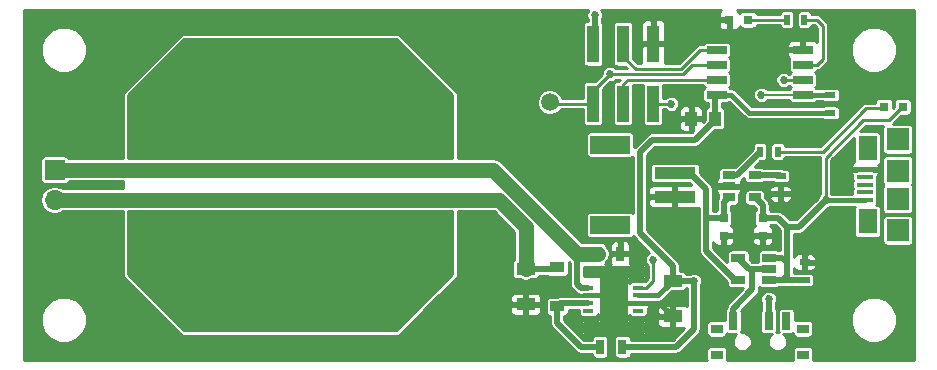
<source format=gtl>
G04 #@! TF.FileFunction,Copper,L1,Top,Signal*
%FSLAX46Y46*%
G04 Gerber Fmt 4.6, Leading zero omitted, Abs format (unit mm)*
G04 Created by KiCad (PCBNEW 4.0.7) date 05/03/18 21:25:46*
%MOMM*%
%LPD*%
G01*
G04 APERTURE LIST*
%ADD10C,0.100000*%
%ADD11C,0.508000*%
%ADD12R,1.000000X1.250000*%
%ADD13R,0.750000X0.800000*%
%ADD14R,1.600000X1.000000*%
%ADD15R,0.800000X0.800000*%
%ADD16R,1.200000X0.900000*%
%ADD17R,1.900000X1.900000*%
%ADD18R,1.600000X2.100000*%
%ADD19R,1.350000X0.400000*%
%ADD20R,3.400000X1.500000*%
%ADD21R,3.500000X1.000000*%
%ADD22R,1.700000X1.700000*%
%ADD23O,1.700000X1.700000*%
%ADD24R,0.700000X1.300000*%
%ADD25R,1.220000X0.650000*%
%ADD26R,0.500000X0.900000*%
%ADD27R,0.900000X0.500000*%
%ADD28R,1.060000X0.650000*%
%ADD29R,0.890000X0.420000*%
%ADD30R,0.840000X0.940000*%
%ADD31R,1.700000X0.650000*%
%ADD32R,0.700000X1.500000*%
%ADD33R,1.000000X0.800000*%
%ADD34C,1.500000*%
%ADD35R,1.000000X3.150000*%
%ADD36C,0.685800*%
%ADD37C,1.143000*%
%ADD38C,0.254000*%
%ADD39C,0.508000*%
%ADD40C,0.406400*%
%ADD41C,1.270000*%
%ADD42C,0.203200*%
G04 APERTURE END LIST*
D10*
D11*
X166370000Y-102108000D03*
X165100000Y-102108000D03*
X163830000Y-102108000D03*
X162560000Y-102108000D03*
X161290000Y-102108000D03*
X160020000Y-102108000D03*
X158750000Y-102108000D03*
X157480000Y-102108000D03*
X156210000Y-102108000D03*
X154940000Y-102108000D03*
X153670000Y-102108000D03*
X152400000Y-102108000D03*
X151130000Y-102108000D03*
X149860000Y-102108000D03*
X148590000Y-102108000D03*
X166370000Y-103378000D03*
X165100000Y-103378000D03*
X163830000Y-103378000D03*
X162560000Y-103378000D03*
X161290000Y-103378000D03*
X160020000Y-103378000D03*
X158750000Y-103378000D03*
X157480000Y-103378000D03*
X156210000Y-103378000D03*
X154940000Y-103378000D03*
X153670000Y-103378000D03*
X152400000Y-103378000D03*
X151130000Y-103378000D03*
X149860000Y-103378000D03*
X148590000Y-103378000D03*
X166370000Y-104648000D03*
X165100000Y-104648000D03*
X163830000Y-104648000D03*
X162560000Y-104648000D03*
X161290000Y-104648000D03*
X160020000Y-104648000D03*
X158750000Y-104648000D03*
X157480000Y-104648000D03*
X156210000Y-104648000D03*
X154940000Y-104648000D03*
X153670000Y-104648000D03*
X152400000Y-104648000D03*
X151130000Y-104648000D03*
X149860000Y-104648000D03*
X148590000Y-104648000D03*
X166370000Y-105918000D03*
X165100000Y-105918000D03*
X163830000Y-105918000D03*
X162560000Y-105918000D03*
X161290000Y-105918000D03*
X160020000Y-105918000D03*
X158750000Y-105918000D03*
X157480000Y-105918000D03*
X156210000Y-105918000D03*
X154940000Y-105918000D03*
X153670000Y-105918000D03*
X152400000Y-105918000D03*
X151130000Y-105918000D03*
X149860000Y-105918000D03*
X148590000Y-105918000D03*
X166370000Y-107188000D03*
X165100000Y-107188000D03*
X163830000Y-107188000D03*
X162560000Y-107188000D03*
X161290000Y-107188000D03*
X160020000Y-107188000D03*
X158750000Y-107188000D03*
X157480000Y-107188000D03*
X156210000Y-107188000D03*
X154940000Y-107188000D03*
X153670000Y-107188000D03*
X152400000Y-107188000D03*
X151130000Y-107188000D03*
X149860000Y-107188000D03*
X166370000Y-121412000D03*
X165100000Y-121412000D03*
X163830000Y-121412000D03*
X162560000Y-121412000D03*
X161290000Y-121412000D03*
X160020000Y-121412000D03*
X158750000Y-121412000D03*
X157480000Y-121412000D03*
X156210000Y-121412000D03*
X154940000Y-121412000D03*
X153670000Y-121412000D03*
X152400000Y-121412000D03*
X151130000Y-121412000D03*
X149860000Y-121412000D03*
X148590000Y-121412000D03*
X166370000Y-120142000D03*
X165100000Y-120142000D03*
X163830000Y-120142000D03*
X162560000Y-120142000D03*
X161290000Y-120142000D03*
X160020000Y-120142000D03*
X158750000Y-120142000D03*
X157480000Y-120142000D03*
X156210000Y-120142000D03*
X154940000Y-120142000D03*
X153670000Y-120142000D03*
X152400000Y-120142000D03*
X151130000Y-120142000D03*
X149860000Y-120142000D03*
X148590000Y-120142000D03*
X166370000Y-118872000D03*
X165100000Y-118872000D03*
X163830000Y-118872000D03*
X162560000Y-118872000D03*
X161290000Y-118872000D03*
X160020000Y-118872000D03*
X158750000Y-118872000D03*
X157480000Y-118872000D03*
X156210000Y-118872000D03*
X154940000Y-118872000D03*
X153670000Y-118872000D03*
X152400000Y-118872000D03*
X151130000Y-118872000D03*
X149860000Y-118872000D03*
X148590000Y-118872000D03*
X166370000Y-117602000D03*
X165100000Y-117602000D03*
X163830000Y-117602000D03*
X162560000Y-117602000D03*
X161290000Y-117602000D03*
X160020000Y-117602000D03*
X158750000Y-117602000D03*
X157480000Y-117602000D03*
X156210000Y-117602000D03*
X154940000Y-117602000D03*
X153670000Y-117602000D03*
X152400000Y-117602000D03*
X151130000Y-117602000D03*
X149860000Y-117602000D03*
X148590000Y-117602000D03*
X166370000Y-116332000D03*
X165100000Y-116332000D03*
X163830000Y-116332000D03*
X162560000Y-116332000D03*
X161290000Y-116332000D03*
X160020000Y-116332000D03*
X158750000Y-116332000D03*
X157480000Y-116332000D03*
X156210000Y-116332000D03*
X154940000Y-116332000D03*
X153670000Y-116332000D03*
X152400000Y-116332000D03*
X151130000Y-116332000D03*
X149860000Y-116332000D03*
D12*
X193548000Y-106172000D03*
X191548000Y-106172000D03*
D13*
X197612000Y-116066000D03*
X197612000Y-114566000D03*
X194310000Y-116066000D03*
X194310000Y-114566000D03*
D14*
X189992000Y-119912000D03*
X189992000Y-122912000D03*
X177546000Y-118896000D03*
X177546000Y-121896000D03*
D15*
X209461000Y-105156000D03*
X207861000Y-105156000D03*
D16*
X180213000Y-118746000D03*
X180213000Y-122046000D03*
D15*
X196380000Y-97790000D03*
X194780000Y-97790000D03*
D17*
X209042000Y-107910000D03*
X209042000Y-115610000D03*
D18*
X206492000Y-114860000D03*
X206492000Y-108660000D03*
D17*
X209042000Y-110560000D03*
D19*
X206242000Y-113060000D03*
X206242000Y-112410000D03*
X206242000Y-111760000D03*
X206242000Y-111110000D03*
X206242000Y-110460000D03*
D17*
X209042000Y-112960000D03*
D20*
X184682000Y-108360000D03*
X184682000Y-115160000D03*
D21*
X190182000Y-112760000D03*
X190182000Y-110760000D03*
D22*
X137668000Y-110490000D03*
D23*
X137668000Y-113030000D03*
D24*
X185735000Y-125476000D03*
X183835000Y-125476000D03*
D25*
X198160000Y-119822000D03*
X198160000Y-118872000D03*
X198160000Y-117922000D03*
X195540000Y-117922000D03*
X195540000Y-119822000D03*
D26*
X197370000Y-108966000D03*
X198870000Y-108966000D03*
D27*
X199136000Y-111010000D03*
X199136000Y-112510000D03*
X203327000Y-105652000D03*
X203327000Y-104152000D03*
D24*
X183647000Y-117602000D03*
X185547000Y-117602000D03*
D27*
X201168000Y-119825200D03*
X201168000Y-118325200D03*
D26*
X201144000Y-97790000D03*
X199644000Y-97790000D03*
D28*
X194734000Y-110937000D03*
X194734000Y-111887000D03*
X194734000Y-112837000D03*
X196934000Y-112837000D03*
X196934000Y-110937000D03*
D29*
X187056000Y-122425000D03*
X187056000Y-121775000D03*
X187056000Y-121125000D03*
X187056000Y-120475000D03*
X182846000Y-120475000D03*
X182846000Y-121125000D03*
X182846000Y-121775000D03*
X182846000Y-122425000D03*
D30*
X184531000Y-120980000D03*
X184531000Y-121920000D03*
X185371000Y-120980000D03*
X185371000Y-121920000D03*
D31*
X201008000Y-104140000D03*
X201008000Y-102870000D03*
X201008000Y-101600000D03*
X201008000Y-100330000D03*
X193708000Y-100330000D03*
X193708000Y-101600000D03*
X193708000Y-102870000D03*
X193708000Y-104140000D03*
D32*
X195108000Y-123284000D03*
X198108000Y-123284000D03*
X199608000Y-123284000D03*
D33*
X193708000Y-126144000D03*
X201008000Y-126144000D03*
X201008000Y-123934000D03*
X193708000Y-123934000D03*
D11*
X148590000Y-116332000D03*
X148590000Y-107188000D03*
D34*
X179578000Y-104775000D03*
D35*
X183261000Y-104887000D03*
X183261000Y-99837000D03*
X185801000Y-104887000D03*
X185801000Y-99837000D03*
X188341000Y-104887000D03*
X188341000Y-99837000D03*
D36*
X182753000Y-123825000D03*
X183642000Y-123825000D03*
X184531000Y-123825000D03*
X187198000Y-123825000D03*
X186309000Y-123825000D03*
X185420000Y-123825000D03*
X182753000Y-119126000D03*
X183642000Y-119126000D03*
X187198000Y-119126000D03*
X186309000Y-119126000D03*
X185420000Y-119126000D03*
X184531000Y-119126000D03*
X204216000Y-110490000D03*
X190119000Y-116332000D03*
X193574310Y-111934553D03*
X195961000Y-116078000D03*
X191770000Y-119888000D03*
X198120000Y-121412000D03*
D37*
X175260000Y-113030000D03*
D36*
X199390000Y-102870000D03*
X184683400Y-102387400D03*
X188341000Y-118110000D03*
X197485000Y-104140000D03*
X189865000Y-104902000D03*
X183388000Y-97409000D03*
X202946000Y-113029998D03*
D38*
X183642000Y-123825000D02*
X182753000Y-123825000D01*
X185420000Y-123825000D02*
X184531000Y-123825000D01*
X186309000Y-123825000D02*
X187198000Y-123825000D01*
X185371000Y-121920000D02*
X185371000Y-123776000D01*
X185371000Y-123776000D02*
X185420000Y-123825000D01*
X183642000Y-119126000D02*
X182753000Y-119126000D01*
X186309000Y-119126000D02*
X187198000Y-119126000D01*
X184531000Y-119126000D02*
X185420000Y-119126000D01*
X184531000Y-120980000D02*
X184531000Y-119126000D01*
X206242000Y-110460000D02*
X204246000Y-110460000D01*
X204246000Y-110460000D02*
X204216000Y-110490000D01*
X190182000Y-112760000D02*
X190182000Y-116269000D01*
X190182000Y-116269000D02*
X190119000Y-116332000D01*
D39*
X193621863Y-111887000D02*
X193574310Y-111934553D01*
X194734000Y-111887000D02*
X193621863Y-111887000D01*
X194310000Y-116066000D02*
X195949000Y-116066000D01*
X195949000Y-116066000D02*
X195961000Y-116078000D01*
X197612000Y-116066000D02*
X195973000Y-116066000D01*
X195973000Y-116066000D02*
X195961000Y-116078000D01*
D40*
X187056000Y-121775000D02*
X185516000Y-121775000D01*
X185516000Y-121775000D02*
X185371000Y-121920000D01*
X182846000Y-121125000D02*
X184386000Y-121125000D01*
X184386000Y-121125000D02*
X184531000Y-120980000D01*
X187056000Y-121775000D02*
X188855000Y-121775000D01*
X188855000Y-121775000D02*
X189992000Y-122912000D01*
D39*
X193427000Y-114566000D02*
X194310000Y-114566000D01*
X192825000Y-114566000D02*
X193427000Y-114566000D01*
X194310000Y-114566000D02*
X194310000Y-113261000D01*
X192825000Y-114566000D02*
X192825000Y-112153000D01*
X192825000Y-112153000D02*
X191432000Y-110760000D01*
X191432000Y-110760000D02*
X190182000Y-110760000D01*
X192825000Y-114566000D02*
X192825000Y-117392000D01*
X192825000Y-117392000D02*
X195255000Y-119822000D01*
X195255000Y-119822000D02*
X195540000Y-119822000D01*
X194310000Y-113261000D02*
X194734000Y-112837000D01*
X189992000Y-119912000D02*
X189992000Y-118652032D01*
X189992000Y-118652032D02*
X187198000Y-115858032D01*
X187198000Y-115858032D02*
X187198000Y-108966000D01*
X187198000Y-108966000D02*
X188224000Y-107940000D01*
X188224000Y-107940000D02*
X191905000Y-107940000D01*
X191905000Y-107940000D02*
X193548000Y-106297000D01*
X193548000Y-106297000D02*
X193548000Y-106172000D01*
X190246000Y-125476000D02*
X191770000Y-123952000D01*
X191770000Y-123952000D02*
X191770000Y-119888000D01*
X185735000Y-125476000D02*
X190246000Y-125476000D01*
X191770000Y-119888000D02*
X190016000Y-119888000D01*
X190016000Y-119888000D02*
X189992000Y-119912000D01*
X198108000Y-123284000D02*
X198108000Y-121424000D01*
X198108000Y-121424000D02*
X198120000Y-121412000D01*
D40*
X193708000Y-104140000D02*
X194964400Y-104140000D01*
X194964400Y-104140000D02*
X196476400Y-105652000D01*
X202470600Y-105652000D02*
X203327000Y-105652000D01*
X196476400Y-105652000D02*
X202470600Y-105652000D01*
X187056000Y-121125000D02*
X188779000Y-121125000D01*
X188779000Y-121125000D02*
X189992000Y-119912000D01*
D39*
X193548000Y-106172000D02*
X193548000Y-104300000D01*
X193548000Y-104300000D02*
X193708000Y-104140000D01*
D41*
X137668000Y-113030000D02*
X138870081Y-113030000D01*
X138870081Y-113030000D02*
X175260000Y-113030000D01*
X177546000Y-118896000D02*
X177546000Y-115316000D01*
X177546000Y-115316000D02*
X175260000Y-113030000D01*
D39*
X177546000Y-118896000D02*
X180063000Y-118896000D01*
X180063000Y-118896000D02*
X180213000Y-118746000D01*
D38*
X198870000Y-108966000D02*
X202692000Y-108966000D01*
X202692000Y-108966000D02*
X206375000Y-105283000D01*
X206375000Y-105283000D02*
X207772000Y-105283000D01*
D39*
X182245000Y-125476000D02*
X180213000Y-123444000D01*
X180213000Y-123444000D02*
X180213000Y-122046000D01*
X183835000Y-125476000D02*
X182245000Y-125476000D01*
X180213000Y-122046000D02*
X180484000Y-121775000D01*
X180484000Y-121775000D02*
X182846000Y-121775000D01*
X194734000Y-110937000D02*
X195399000Y-110937000D01*
X195399000Y-110937000D02*
X197370000Y-108966000D01*
X196934000Y-110937000D02*
X199063000Y-110937000D01*
X199063000Y-110937000D02*
X199136000Y-111010000D01*
X182846000Y-120475000D02*
X182197000Y-120475000D01*
X182197000Y-120475000D02*
X181864000Y-120142000D01*
X181864000Y-120142000D02*
X181864000Y-117602000D01*
D41*
X137668000Y-110490000D02*
X174752000Y-110490000D01*
X174752000Y-110490000D02*
X181864000Y-117602000D01*
X182027000Y-117602000D02*
X183647000Y-117602000D01*
X181864000Y-117602000D02*
X182027000Y-117602000D01*
D38*
X199390000Y-102870000D02*
X201008000Y-102870000D01*
X196380000Y-97790000D02*
X199644000Y-97790000D01*
X202692000Y-98298000D02*
X202184000Y-97790000D01*
X202184000Y-97790000D02*
X201144000Y-97790000D01*
X202692000Y-101092000D02*
X202692000Y-98298000D01*
X202184000Y-101600000D02*
X202692000Y-101092000D01*
X201008000Y-101600000D02*
X202184000Y-101600000D01*
X193708000Y-101600000D02*
X191617600Y-101600000D01*
X191617600Y-101600000D02*
X190830200Y-102387400D01*
X190830200Y-102387400D02*
X185168333Y-102387400D01*
X185168333Y-102387400D02*
X184683400Y-102387400D01*
X184711000Y-102362000D02*
X184685600Y-102387400D01*
X183261000Y-104887000D02*
X183261000Y-103812000D01*
X183261000Y-103812000D02*
X184711000Y-102362000D01*
X184685600Y-102387400D02*
X184683400Y-102387400D01*
X183261000Y-104887000D02*
X179690000Y-104887000D01*
X179690000Y-104887000D02*
X179578000Y-104775000D01*
X188341000Y-119889000D02*
X188341000Y-118110000D01*
X187056000Y-120475000D02*
X187755000Y-120475000D01*
X187755000Y-120475000D02*
X188341000Y-119889000D01*
X185801000Y-104887000D02*
X185801000Y-103251000D01*
X185801000Y-103251000D02*
X186182000Y-102870000D01*
X186182000Y-102870000D02*
X191643000Y-102870000D01*
X191643000Y-102870000D02*
X193708000Y-102870000D01*
X192312850Y-100330000D02*
X192604000Y-100330000D01*
X192604000Y-100330000D02*
X193708000Y-100330000D01*
X186844589Y-101955589D02*
X190687261Y-101955589D01*
X185801000Y-100912000D02*
X186844589Y-101955589D01*
X185801000Y-99837000D02*
X185801000Y-100912000D01*
X190687261Y-101955589D02*
X192312850Y-100330000D01*
D42*
X201008000Y-104140000D02*
X197485000Y-104140000D01*
D38*
X188341000Y-104887000D02*
X189850000Y-104887000D01*
X189850000Y-104887000D02*
X189865000Y-104902000D01*
D40*
X201008000Y-104140000D02*
X203315000Y-104140000D01*
X203315000Y-104140000D02*
X203327000Y-104152000D01*
D39*
X183388000Y-97409000D02*
X183388000Y-99837000D01*
D38*
X209423000Y-105156000D02*
X208280000Y-106299000D01*
X208280000Y-106299000D02*
X206121000Y-106299000D01*
X206121000Y-106299000D02*
X202946000Y-109474000D01*
X202946000Y-109474000D02*
X202946000Y-112545065D01*
X202946000Y-112545065D02*
X202946000Y-113029998D01*
D39*
X202603101Y-113372897D02*
X202946000Y-113029998D01*
D40*
X206242000Y-113060000D02*
X202976002Y-113060000D01*
X202976002Y-113060000D02*
X202946000Y-113029998D01*
D39*
X199644000Y-115302000D02*
X200673998Y-115302000D01*
X200673998Y-115302000D02*
X202603101Y-113372897D01*
X199329000Y-114987000D02*
X198908000Y-114566000D01*
X197612000Y-114566000D02*
X197612000Y-113515000D01*
X198908000Y-114566000D02*
X197612000Y-114566000D01*
X199644000Y-118288000D02*
X199644000Y-115302000D01*
X199644000Y-115302000D02*
X199329000Y-114987000D01*
X200086000Y-119822000D02*
X200089200Y-119825200D01*
X200089200Y-119825200D02*
X201168000Y-119825200D01*
X199324000Y-119822000D02*
X200086000Y-119822000D01*
X198160000Y-117922000D02*
X199278000Y-117922000D01*
X199278000Y-117922000D02*
X199644000Y-118288000D01*
X199644000Y-118288000D02*
X199644000Y-119502000D01*
X199324000Y-119822000D02*
X198160000Y-119822000D01*
X199644000Y-119502000D02*
X199324000Y-119822000D01*
X197612000Y-113515000D02*
X196934000Y-112837000D01*
X195108000Y-123284000D02*
X195108000Y-122239600D01*
X195108000Y-122239600D02*
X196723000Y-120624600D01*
X196723000Y-120624600D02*
X196723000Y-118872000D01*
X198160000Y-118872000D02*
X196723000Y-118872000D01*
X196723000Y-118872000D02*
X196490000Y-118872000D01*
X196490000Y-118872000D02*
X195540000Y-117922000D01*
D38*
G36*
X182796186Y-97012815D02*
X182689622Y-97269450D01*
X182689379Y-97547331D01*
X182778400Y-97762776D01*
X182778400Y-97899434D01*
X182761000Y-97899434D01*
X182629223Y-97924230D01*
X182508193Y-98002110D01*
X182426999Y-98120942D01*
X182398434Y-98262000D01*
X182398434Y-101412000D01*
X182423230Y-101543777D01*
X182501110Y-101664807D01*
X182619942Y-101746001D01*
X182761000Y-101774566D01*
X183761000Y-101774566D01*
X183892777Y-101749770D01*
X184013807Y-101671890D01*
X184095001Y-101553058D01*
X184123566Y-101412000D01*
X184123566Y-98262000D01*
X184098770Y-98130223D01*
X184020890Y-98009193D01*
X183997600Y-97993280D01*
X183997600Y-97762351D01*
X184086378Y-97548550D01*
X184086621Y-97270669D01*
X183980504Y-97013849D01*
X183917366Y-96950600D01*
X194113337Y-96950600D01*
X194092242Y-96959338D01*
X193949339Y-97102241D01*
X193872000Y-97288952D01*
X193872000Y-97536000D01*
X193999000Y-97663000D01*
X194653000Y-97663000D01*
X194653000Y-97643000D01*
X194907000Y-97643000D01*
X194907000Y-97663000D01*
X194927000Y-97663000D01*
X194927000Y-97917000D01*
X194907000Y-97917000D01*
X194907000Y-98571000D01*
X195034000Y-98698000D01*
X195281047Y-98698000D01*
X195467758Y-98620662D01*
X195610661Y-98477759D01*
X195662332Y-98353016D01*
X195720110Y-98442807D01*
X195838942Y-98524001D01*
X195980000Y-98552566D01*
X196780000Y-98552566D01*
X196911777Y-98527770D01*
X197032807Y-98449890D01*
X197114001Y-98331058D01*
X197125839Y-98272600D01*
X199037568Y-98272600D01*
X199056230Y-98371777D01*
X199134110Y-98492807D01*
X199252942Y-98574001D01*
X199394000Y-98602566D01*
X199894000Y-98602566D01*
X200025777Y-98577770D01*
X200146807Y-98499890D01*
X200228001Y-98381058D01*
X200256566Y-98240000D01*
X200256566Y-97340000D01*
X200231770Y-97208223D01*
X200153890Y-97087193D01*
X200035058Y-97005999D01*
X199894000Y-96977434D01*
X199394000Y-96977434D01*
X199262223Y-97002230D01*
X199141193Y-97080110D01*
X199059999Y-97198942D01*
X199038036Y-97307400D01*
X197127023Y-97307400D01*
X197117770Y-97258223D01*
X197039890Y-97137193D01*
X196921058Y-97055999D01*
X196780000Y-97027434D01*
X195980000Y-97027434D01*
X195848223Y-97052230D01*
X195727193Y-97130110D01*
X195661830Y-97225773D01*
X195610661Y-97102241D01*
X195467758Y-96959338D01*
X195446663Y-96950600D01*
X210389400Y-96950600D01*
X210389400Y-126569400D01*
X201865422Y-126569400D01*
X201870566Y-126544000D01*
X201870566Y-125744000D01*
X201845770Y-125612223D01*
X201767890Y-125491193D01*
X201649058Y-125409999D01*
X201508000Y-125381434D01*
X200508000Y-125381434D01*
X200376223Y-125406230D01*
X200255193Y-125484110D01*
X200173999Y-125602942D01*
X200145434Y-125744000D01*
X200145434Y-126544000D01*
X200150213Y-126569400D01*
X194565422Y-126569400D01*
X194570566Y-126544000D01*
X194570566Y-125744000D01*
X194545770Y-125612223D01*
X194467890Y-125491193D01*
X194349058Y-125409999D01*
X194208000Y-125381434D01*
X193208000Y-125381434D01*
X193076223Y-125406230D01*
X192955193Y-125484110D01*
X192873999Y-125602942D01*
X192845434Y-125744000D01*
X192845434Y-126544000D01*
X192850213Y-126569400D01*
X135050600Y-126569400D01*
X135050600Y-123577286D01*
X136474062Y-123577286D01*
X136771157Y-124296311D01*
X137320795Y-124846910D01*
X138039301Y-125145259D01*
X138817286Y-125145938D01*
X139536311Y-124848843D01*
X140086910Y-124299205D01*
X140385259Y-123580699D01*
X140385938Y-122802714D01*
X140088843Y-122083689D01*
X139539205Y-121533090D01*
X138820699Y-121234741D01*
X138042714Y-121234062D01*
X137323689Y-121531157D01*
X136773090Y-122080795D01*
X136474741Y-122799301D01*
X136474062Y-123577286D01*
X135050600Y-123577286D01*
X135050600Y-113030000D01*
X136438781Y-113030000D01*
X136530552Y-113491363D01*
X136791893Y-113882488D01*
X137183018Y-114143829D01*
X137644381Y-114235600D01*
X137691619Y-114235600D01*
X138152982Y-114143829D01*
X138337407Y-114020600D01*
X143408400Y-114020600D01*
X143408400Y-119380000D01*
X143434536Y-119513810D01*
X143512553Y-119631447D01*
X148338553Y-124457447D01*
X148451652Y-124533584D01*
X148590000Y-124561600D01*
X166624000Y-124561600D01*
X166757810Y-124535464D01*
X166875447Y-124457447D01*
X169182894Y-122150000D01*
X176238000Y-122150000D01*
X176238000Y-122497047D01*
X176315338Y-122683758D01*
X176458241Y-122826661D01*
X176644952Y-122904000D01*
X177292000Y-122904000D01*
X177419000Y-122777000D01*
X177419000Y-122023000D01*
X177673000Y-122023000D01*
X177673000Y-122777000D01*
X177800000Y-122904000D01*
X178447048Y-122904000D01*
X178633759Y-122826661D01*
X178776662Y-122683758D01*
X178854000Y-122497047D01*
X178854000Y-122150000D01*
X178727000Y-122023000D01*
X177673000Y-122023000D01*
X177419000Y-122023000D01*
X176365000Y-122023000D01*
X176238000Y-122150000D01*
X169182894Y-122150000D01*
X170037941Y-121294953D01*
X176238000Y-121294953D01*
X176238000Y-121642000D01*
X176365000Y-121769000D01*
X177419000Y-121769000D01*
X177419000Y-121015000D01*
X177673000Y-121015000D01*
X177673000Y-121769000D01*
X178727000Y-121769000D01*
X178854000Y-121642000D01*
X178854000Y-121294953D01*
X178776662Y-121108242D01*
X178633759Y-120965339D01*
X178447048Y-120888000D01*
X177800000Y-120888000D01*
X177673000Y-121015000D01*
X177419000Y-121015000D01*
X177292000Y-120888000D01*
X176644952Y-120888000D01*
X176458241Y-120965339D01*
X176315338Y-121108242D01*
X176238000Y-121294953D01*
X170037941Y-121294953D01*
X171701447Y-119631447D01*
X171777584Y-119518348D01*
X171805600Y-119380000D01*
X171805600Y-114020600D01*
X174849680Y-114020600D01*
X176555400Y-115726320D01*
X176555400Y-118096081D01*
X176493193Y-118136110D01*
X176411999Y-118254942D01*
X176383434Y-118396000D01*
X176383434Y-119396000D01*
X176408230Y-119527777D01*
X176486110Y-119648807D01*
X176604942Y-119730001D01*
X176746000Y-119758566D01*
X177088149Y-119758566D01*
X177166914Y-119811195D01*
X177546000Y-119886600D01*
X177925086Y-119811195D01*
X178003851Y-119758566D01*
X178346000Y-119758566D01*
X178477777Y-119733770D01*
X178598807Y-119655890D01*
X178680001Y-119537058D01*
X178686371Y-119505600D01*
X179436230Y-119505600D01*
X179471942Y-119530001D01*
X179613000Y-119558566D01*
X180813000Y-119558566D01*
X180944777Y-119533770D01*
X181065807Y-119455890D01*
X181147001Y-119337058D01*
X181175566Y-119196000D01*
X181175566Y-118310496D01*
X181254400Y-118363171D01*
X181254400Y-120142000D01*
X181300803Y-120375284D01*
X181432948Y-120573052D01*
X181765948Y-120906052D01*
X181963716Y-121038197D01*
X182197000Y-121084600D01*
X182846000Y-121084600D01*
X182993000Y-121055360D01*
X182993000Y-121194640D01*
X182846000Y-121165400D01*
X180484000Y-121165400D01*
X180250716Y-121211803D01*
X180218343Y-121233434D01*
X179613000Y-121233434D01*
X179481223Y-121258230D01*
X179360193Y-121336110D01*
X179278999Y-121454942D01*
X179250434Y-121596000D01*
X179250434Y-122496000D01*
X179275230Y-122627777D01*
X179353110Y-122748807D01*
X179471942Y-122830001D01*
X179603400Y-122856622D01*
X179603400Y-123444000D01*
X179649803Y-123677284D01*
X179781948Y-123875052D01*
X181813948Y-125907052D01*
X182011716Y-126039197D01*
X182245000Y-126085600D01*
X183122434Y-126085600D01*
X183122434Y-126126000D01*
X183147230Y-126257777D01*
X183225110Y-126378807D01*
X183343942Y-126460001D01*
X183485000Y-126488566D01*
X184185000Y-126488566D01*
X184316777Y-126463770D01*
X184437807Y-126385890D01*
X184519001Y-126267058D01*
X184547566Y-126126000D01*
X184547566Y-124826000D01*
X184522770Y-124694223D01*
X184444890Y-124573193D01*
X184326058Y-124491999D01*
X184185000Y-124463434D01*
X183485000Y-124463434D01*
X183353223Y-124488230D01*
X183232193Y-124566110D01*
X183150999Y-124684942D01*
X183122434Y-124826000D01*
X183122434Y-124866400D01*
X182497504Y-124866400D01*
X180822600Y-123191496D01*
X180822600Y-122856760D01*
X180944777Y-122833770D01*
X181065807Y-122755890D01*
X181147001Y-122637058D01*
X181175566Y-122496000D01*
X181175566Y-122384600D01*
X182038434Y-122384600D01*
X182038434Y-122635000D01*
X182063230Y-122766777D01*
X182141110Y-122887807D01*
X182259942Y-122969001D01*
X182401000Y-122997566D01*
X183291000Y-122997566D01*
X183422777Y-122972770D01*
X183543807Y-122894890D01*
X183625001Y-122776058D01*
X183642000Y-122692115D01*
X183642000Y-123190000D01*
X182372000Y-123190000D01*
X182325841Y-123198685D01*
X182283447Y-123225965D01*
X182255006Y-123267590D01*
X182245000Y-123317000D01*
X182245000Y-124333000D01*
X182253685Y-124379159D01*
X182280965Y-124421553D01*
X182322590Y-124449994D01*
X182372000Y-124460000D01*
X187579000Y-124460000D01*
X187625159Y-124451315D01*
X187667553Y-124424035D01*
X187695994Y-124382410D01*
X187706000Y-124333000D01*
X187706000Y-123317000D01*
X187697315Y-123270841D01*
X187670035Y-123228447D01*
X187628410Y-123200006D01*
X187579000Y-123190000D01*
X186309000Y-123190000D01*
X186309000Y-123166000D01*
X188684000Y-123166000D01*
X188684000Y-123513047D01*
X188761338Y-123699758D01*
X188904241Y-123842661D01*
X189090952Y-123920000D01*
X189738000Y-123920000D01*
X189865000Y-123793000D01*
X189865000Y-123039000D01*
X188811000Y-123039000D01*
X188684000Y-123166000D01*
X186309000Y-123166000D01*
X186309000Y-122822366D01*
X186351110Y-122887807D01*
X186469942Y-122969001D01*
X186611000Y-122997566D01*
X187501000Y-122997566D01*
X187632777Y-122972770D01*
X187753807Y-122894890D01*
X187835001Y-122776058D01*
X187863566Y-122635000D01*
X187863566Y-122340854D01*
X187893467Y-122310953D01*
X188684000Y-122310953D01*
X188684000Y-122658000D01*
X188811000Y-122785000D01*
X189865000Y-122785000D01*
X189865000Y-122031000D01*
X189738000Y-121904000D01*
X189090952Y-121904000D01*
X188904241Y-121981339D01*
X188761338Y-122124242D01*
X188684000Y-122310953D01*
X187893467Y-122310953D01*
X187931661Y-122272759D01*
X188009000Y-122086048D01*
X188009000Y-122007000D01*
X187882000Y-121880000D01*
X187637125Y-121880000D01*
X187501000Y-121852434D01*
X186909000Y-121852434D01*
X186909000Y-121697566D01*
X187501000Y-121697566D01*
X187574159Y-121683800D01*
X188779000Y-121683800D01*
X188992844Y-121641264D01*
X189174131Y-121520131D01*
X189919696Y-120774566D01*
X190792000Y-120774566D01*
X190923777Y-120749770D01*
X191044807Y-120671890D01*
X191126001Y-120553058D01*
X191137232Y-120497600D01*
X191160400Y-120497600D01*
X191160400Y-122061980D01*
X191079759Y-121981339D01*
X190893048Y-121904000D01*
X190246000Y-121904000D01*
X190119000Y-122031000D01*
X190119000Y-122785000D01*
X190139000Y-122785000D01*
X190139000Y-123039000D01*
X190119000Y-123039000D01*
X190119000Y-123793000D01*
X190246000Y-123920000D01*
X190893048Y-123920000D01*
X190973022Y-123886873D01*
X189993496Y-124866400D01*
X186447566Y-124866400D01*
X186447566Y-124826000D01*
X186422770Y-124694223D01*
X186344890Y-124573193D01*
X186226058Y-124491999D01*
X186085000Y-124463434D01*
X185385000Y-124463434D01*
X185253223Y-124488230D01*
X185132193Y-124566110D01*
X185050999Y-124684942D01*
X185022434Y-124826000D01*
X185022434Y-126126000D01*
X185047230Y-126257777D01*
X185125110Y-126378807D01*
X185243942Y-126460001D01*
X185385000Y-126488566D01*
X186085000Y-126488566D01*
X186216777Y-126463770D01*
X186337807Y-126385890D01*
X186419001Y-126267058D01*
X186447566Y-126126000D01*
X186447566Y-126085600D01*
X190246000Y-126085600D01*
X190479284Y-126039197D01*
X190677052Y-125907052D01*
X192201052Y-124383053D01*
X192333197Y-124185284D01*
X192337077Y-124165777D01*
X192379600Y-123952000D01*
X192379600Y-120241351D01*
X192468378Y-120027550D01*
X192468621Y-119749669D01*
X192362504Y-119492849D01*
X192166185Y-119296186D01*
X191909550Y-119189622D01*
X191631669Y-119189379D01*
X191416224Y-119278400D01*
X191128597Y-119278400D01*
X191051890Y-119159193D01*
X190933058Y-119077999D01*
X190792000Y-119049434D01*
X190601600Y-119049434D01*
X190601600Y-118652032D01*
X190555197Y-118418748D01*
X190539997Y-118396000D01*
X190423053Y-118220980D01*
X187807600Y-115605528D01*
X187807600Y-113014000D01*
X187924000Y-113014000D01*
X187924000Y-113361047D01*
X188001338Y-113547758D01*
X188144241Y-113690661D01*
X188330952Y-113768000D01*
X189928000Y-113768000D01*
X190055000Y-113641000D01*
X190055000Y-112887000D01*
X188051000Y-112887000D01*
X187924000Y-113014000D01*
X187807600Y-113014000D01*
X187807600Y-112158953D01*
X187924000Y-112158953D01*
X187924000Y-112506000D01*
X188051000Y-112633000D01*
X190055000Y-112633000D01*
X190055000Y-111879000D01*
X189928000Y-111752000D01*
X188330952Y-111752000D01*
X188144241Y-111829339D01*
X188001338Y-111972242D01*
X187924000Y-112158953D01*
X187807600Y-112158953D01*
X187807600Y-110260000D01*
X188069434Y-110260000D01*
X188069434Y-111260000D01*
X188094230Y-111391777D01*
X188172110Y-111512807D01*
X188290942Y-111594001D01*
X188432000Y-111622566D01*
X191432462Y-111622566D01*
X191561896Y-111752000D01*
X190436000Y-111752000D01*
X190309000Y-111879000D01*
X190309000Y-112633000D01*
X190329000Y-112633000D01*
X190329000Y-112887000D01*
X190309000Y-112887000D01*
X190309000Y-113641000D01*
X190436000Y-113768000D01*
X192033048Y-113768000D01*
X192215400Y-113692467D01*
X192215400Y-117392000D01*
X192261803Y-117625284D01*
X192393948Y-117823052D01*
X194567434Y-119996538D01*
X194567434Y-120147000D01*
X194592230Y-120278777D01*
X194670110Y-120399807D01*
X194788942Y-120481001D01*
X194930000Y-120509566D01*
X195975930Y-120509566D01*
X194676948Y-121808548D01*
X194544803Y-122006316D01*
X194498400Y-122239600D01*
X194498400Y-122284052D01*
X194423999Y-122392942D01*
X194395434Y-122534000D01*
X194395434Y-123231686D01*
X194349058Y-123199999D01*
X194208000Y-123171434D01*
X193208000Y-123171434D01*
X193076223Y-123196230D01*
X192955193Y-123274110D01*
X192873999Y-123392942D01*
X192845434Y-123534000D01*
X192845434Y-124334000D01*
X192870230Y-124465777D01*
X192948110Y-124586807D01*
X193066942Y-124668001D01*
X193208000Y-124696566D01*
X194208000Y-124696566D01*
X194339777Y-124671770D01*
X194460807Y-124593890D01*
X194542001Y-124475058D01*
X194570154Y-124336033D01*
X194616942Y-124368001D01*
X194758000Y-124396566D01*
X195366278Y-124396566D01*
X195175443Y-124587068D01*
X195052540Y-124883053D01*
X195052260Y-125203541D01*
X195174647Y-125499740D01*
X195401068Y-125726557D01*
X195697053Y-125849460D01*
X196017541Y-125849740D01*
X196313740Y-125727353D01*
X196540557Y-125500932D01*
X196663460Y-125204947D01*
X196663740Y-124884459D01*
X196541353Y-124588260D01*
X196314932Y-124361443D01*
X196018947Y-124238540D01*
X195748787Y-124238304D01*
X195792001Y-124175058D01*
X195820566Y-124034000D01*
X195820566Y-122534000D01*
X197395434Y-122534000D01*
X197395434Y-124034000D01*
X197420230Y-124165777D01*
X197498110Y-124286807D01*
X197616942Y-124368001D01*
X197758000Y-124396566D01*
X198366278Y-124396566D01*
X198175443Y-124587068D01*
X198052540Y-124883053D01*
X198052260Y-125203541D01*
X198174647Y-125499740D01*
X198401068Y-125726557D01*
X198697053Y-125849460D01*
X199017541Y-125849740D01*
X199313740Y-125727353D01*
X199540557Y-125500932D01*
X199663460Y-125204947D01*
X199663740Y-124884459D01*
X199541353Y-124588260D01*
X199349994Y-124396566D01*
X199958000Y-124396566D01*
X200089777Y-124371770D01*
X200145762Y-124335745D01*
X200170230Y-124465777D01*
X200248110Y-124586807D01*
X200366942Y-124668001D01*
X200508000Y-124696566D01*
X201508000Y-124696566D01*
X201639777Y-124671770D01*
X201760807Y-124593890D01*
X201842001Y-124475058D01*
X201870566Y-124334000D01*
X201870566Y-123577286D01*
X205054062Y-123577286D01*
X205351157Y-124296311D01*
X205900795Y-124846910D01*
X206619301Y-125145259D01*
X207397286Y-125145938D01*
X208116311Y-124848843D01*
X208666910Y-124299205D01*
X208965259Y-123580699D01*
X208965938Y-122802714D01*
X208668843Y-122083689D01*
X208119205Y-121533090D01*
X207400699Y-121234741D01*
X206622714Y-121234062D01*
X205903689Y-121531157D01*
X205353090Y-122080795D01*
X205054741Y-122799301D01*
X205054062Y-123577286D01*
X201870566Y-123577286D01*
X201870566Y-123534000D01*
X201845770Y-123402223D01*
X201767890Y-123281193D01*
X201649058Y-123199999D01*
X201508000Y-123171434D01*
X200508000Y-123171434D01*
X200376223Y-123196230D01*
X200320566Y-123232044D01*
X200320566Y-122534000D01*
X200295770Y-122402223D01*
X200217890Y-122281193D01*
X200099058Y-122199999D01*
X199958000Y-122171434D01*
X199258000Y-122171434D01*
X199126223Y-122196230D01*
X199005193Y-122274110D01*
X198923999Y-122392942D01*
X198895434Y-122534000D01*
X198895434Y-124034000D01*
X198920230Y-124165777D01*
X198967022Y-124238495D01*
X198748787Y-124238304D01*
X198792001Y-124175058D01*
X198820566Y-124034000D01*
X198820566Y-122534000D01*
X198795770Y-122402223D01*
X198717890Y-122281193D01*
X198717600Y-122280995D01*
X198717600Y-121794251D01*
X198818378Y-121551550D01*
X198818621Y-121273669D01*
X198712504Y-121016849D01*
X198516185Y-120820186D01*
X198259550Y-120713622D01*
X197981669Y-120713379D01*
X197724849Y-120819496D01*
X197528186Y-121015815D01*
X197421622Y-121272450D01*
X197421379Y-121550331D01*
X197498400Y-121736734D01*
X197498400Y-122284052D01*
X197423999Y-122392942D01*
X197395434Y-122534000D01*
X195820566Y-122534000D01*
X195797625Y-122412079D01*
X197154052Y-121055652D01*
X197286197Y-120857884D01*
X197332600Y-120624600D01*
X197332600Y-120428839D01*
X197408942Y-120481001D01*
X197550000Y-120509566D01*
X198770000Y-120509566D01*
X198901777Y-120484770D01*
X198984406Y-120431600D01*
X200073112Y-120431600D01*
X200089200Y-120434800D01*
X200703353Y-120434800D01*
X200718000Y-120437766D01*
X201618000Y-120437766D01*
X201749777Y-120412970D01*
X201870807Y-120335090D01*
X201952001Y-120216258D01*
X201980566Y-120075200D01*
X201980566Y-119575200D01*
X201955770Y-119443423D01*
X201877890Y-119322393D01*
X201759058Y-119241199D01*
X201618000Y-119212634D01*
X200718000Y-119212634D01*
X200702237Y-119215600D01*
X200253600Y-119215600D01*
X200253600Y-118781507D01*
X200287338Y-118862958D01*
X200430241Y-119005861D01*
X200616952Y-119083200D01*
X200914000Y-119083200D01*
X201041000Y-118956200D01*
X201041000Y-118450200D01*
X201295000Y-118450200D01*
X201295000Y-118956200D01*
X201422000Y-119083200D01*
X201719048Y-119083200D01*
X201905759Y-119005861D01*
X202048662Y-118862958D01*
X202126000Y-118676247D01*
X202126000Y-118577200D01*
X201999000Y-118450200D01*
X201295000Y-118450200D01*
X201041000Y-118450200D01*
X201021000Y-118450200D01*
X201021000Y-118200200D01*
X201041000Y-118200200D01*
X201041000Y-117694200D01*
X201295000Y-117694200D01*
X201295000Y-118200200D01*
X201999000Y-118200200D01*
X202126000Y-118073200D01*
X202126000Y-117974153D01*
X202048662Y-117787442D01*
X201905759Y-117644539D01*
X201719048Y-117567200D01*
X201422000Y-117567200D01*
X201295000Y-117694200D01*
X201041000Y-117694200D01*
X200914000Y-117567200D01*
X200616952Y-117567200D01*
X200430241Y-117644539D01*
X200287338Y-117787442D01*
X200253600Y-117868893D01*
X200253600Y-115911600D01*
X200673998Y-115911600D01*
X200907282Y-115865197D01*
X201105050Y-115733052D01*
X203034154Y-113803949D01*
X203034156Y-113803946D01*
X203127194Y-113710908D01*
X203341151Y-113622502D01*
X203344859Y-113618800D01*
X205392259Y-113618800D01*
X205357999Y-113668942D01*
X205329434Y-113810000D01*
X205329434Y-115910000D01*
X205354230Y-116041777D01*
X205432110Y-116162807D01*
X205550942Y-116244001D01*
X205692000Y-116272566D01*
X207292000Y-116272566D01*
X207423777Y-116247770D01*
X207544807Y-116169890D01*
X207626001Y-116051058D01*
X207654566Y-115910000D01*
X207654566Y-114660000D01*
X207729434Y-114660000D01*
X207729434Y-116560000D01*
X207754230Y-116691777D01*
X207832110Y-116812807D01*
X207950942Y-116894001D01*
X208092000Y-116922566D01*
X209992000Y-116922566D01*
X210123777Y-116897770D01*
X210244807Y-116819890D01*
X210326001Y-116701058D01*
X210354566Y-116560000D01*
X210354566Y-114660000D01*
X210329770Y-114528223D01*
X210251890Y-114407193D01*
X210133058Y-114325999D01*
X209992000Y-114297434D01*
X208092000Y-114297434D01*
X207960223Y-114322230D01*
X207839193Y-114400110D01*
X207757999Y-114518942D01*
X207729434Y-114660000D01*
X207654566Y-114660000D01*
X207654566Y-113810000D01*
X207629770Y-113678223D01*
X207551890Y-113557193D01*
X207433058Y-113475999D01*
X207292000Y-113447434D01*
X207219314Y-113447434D01*
X207251001Y-113401058D01*
X207279566Y-113260000D01*
X207279566Y-112860000D01*
X207255182Y-112730412D01*
X207279566Y-112610000D01*
X207279566Y-112210000D01*
X207255182Y-112080412D01*
X207279566Y-111960000D01*
X207279566Y-111560000D01*
X207255182Y-111430412D01*
X207279566Y-111310000D01*
X207279566Y-111015854D01*
X207347662Y-110947758D01*
X207425000Y-110761047D01*
X207425000Y-110687000D01*
X207298000Y-110560000D01*
X206979053Y-110560000D01*
X206917000Y-110547434D01*
X205567000Y-110547434D01*
X205500219Y-110560000D01*
X205186000Y-110560000D01*
X205059000Y-110687000D01*
X205059000Y-110761047D01*
X205136338Y-110947758D01*
X205204434Y-111015854D01*
X205204434Y-111310000D01*
X205228818Y-111439588D01*
X205204434Y-111560000D01*
X205204434Y-111960000D01*
X205228818Y-112089588D01*
X205204434Y-112210000D01*
X205204434Y-112501200D01*
X203428600Y-112501200D01*
X203428600Y-109673900D01*
X205329434Y-107773066D01*
X205329434Y-109710000D01*
X205346637Y-109801423D01*
X205279241Y-109829339D01*
X205136338Y-109972242D01*
X205059000Y-110158953D01*
X205059000Y-110233000D01*
X205186000Y-110360000D01*
X206115000Y-110360000D01*
X206115000Y-110313000D01*
X206369000Y-110313000D01*
X206369000Y-110360000D01*
X207298000Y-110360000D01*
X207425000Y-110233000D01*
X207425000Y-110158953D01*
X207382188Y-110055596D01*
X207423777Y-110047770D01*
X207544807Y-109969890D01*
X207626001Y-109851058D01*
X207654566Y-109710000D01*
X207654566Y-109610000D01*
X207729434Y-109610000D01*
X207729434Y-111510000D01*
X207754230Y-111641777D01*
X207831338Y-111761607D01*
X207757999Y-111868942D01*
X207729434Y-112010000D01*
X207729434Y-113910000D01*
X207754230Y-114041777D01*
X207832110Y-114162807D01*
X207950942Y-114244001D01*
X208092000Y-114272566D01*
X209992000Y-114272566D01*
X210123777Y-114247770D01*
X210244807Y-114169890D01*
X210326001Y-114051058D01*
X210354566Y-113910000D01*
X210354566Y-112010000D01*
X210329770Y-111878223D01*
X210252662Y-111758393D01*
X210326001Y-111651058D01*
X210354566Y-111510000D01*
X210354566Y-109610000D01*
X210329770Y-109478223D01*
X210251890Y-109357193D01*
X210133058Y-109275999D01*
X209992000Y-109247434D01*
X208092000Y-109247434D01*
X207960223Y-109272230D01*
X207839193Y-109350110D01*
X207757999Y-109468942D01*
X207729434Y-109610000D01*
X207654566Y-109610000D01*
X207654566Y-107610000D01*
X207629770Y-107478223D01*
X207551890Y-107357193D01*
X207433058Y-107275999D01*
X207292000Y-107247434D01*
X205855066Y-107247434D01*
X206320900Y-106781600D01*
X207783514Y-106781600D01*
X207757999Y-106818942D01*
X207729434Y-106960000D01*
X207729434Y-108860000D01*
X207754230Y-108991777D01*
X207832110Y-109112807D01*
X207950942Y-109194001D01*
X208092000Y-109222566D01*
X209992000Y-109222566D01*
X210123777Y-109197770D01*
X210244807Y-109119890D01*
X210326001Y-109001058D01*
X210354566Y-108860000D01*
X210354566Y-106960000D01*
X210329770Y-106828223D01*
X210251890Y-106707193D01*
X210133058Y-106625999D01*
X209992000Y-106597434D01*
X208664066Y-106597434D01*
X209342934Y-105918566D01*
X209861000Y-105918566D01*
X209992777Y-105893770D01*
X210113807Y-105815890D01*
X210195001Y-105697058D01*
X210223566Y-105556000D01*
X210223566Y-104756000D01*
X210198770Y-104624223D01*
X210120890Y-104503193D01*
X210002058Y-104421999D01*
X209861000Y-104393434D01*
X209061000Y-104393434D01*
X208929223Y-104418230D01*
X208808193Y-104496110D01*
X208726999Y-104614942D01*
X208698434Y-104756000D01*
X208698434Y-105198066D01*
X208623566Y-105272934D01*
X208623566Y-104756000D01*
X208598770Y-104624223D01*
X208520890Y-104503193D01*
X208402058Y-104421999D01*
X208261000Y-104393434D01*
X207461000Y-104393434D01*
X207329223Y-104418230D01*
X207208193Y-104496110D01*
X207126999Y-104614942D01*
X207098434Y-104756000D01*
X207098434Y-104800400D01*
X206375005Y-104800400D01*
X206375000Y-104800399D01*
X206190317Y-104837136D01*
X206033750Y-104941750D01*
X206033748Y-104941753D01*
X202492100Y-108483400D01*
X199476432Y-108483400D01*
X199457770Y-108384223D01*
X199379890Y-108263193D01*
X199261058Y-108181999D01*
X199120000Y-108153434D01*
X198620000Y-108153434D01*
X198488223Y-108178230D01*
X198367193Y-108256110D01*
X198285999Y-108374942D01*
X198257434Y-108516000D01*
X198257434Y-109416000D01*
X198282230Y-109547777D01*
X198360110Y-109668807D01*
X198478942Y-109750001D01*
X198620000Y-109778566D01*
X199120000Y-109778566D01*
X199251777Y-109753770D01*
X199372807Y-109675890D01*
X199454001Y-109557058D01*
X199475964Y-109448600D01*
X202468452Y-109448600D01*
X202463400Y-109474000D01*
X202463400Y-112524790D01*
X202354186Y-112633813D01*
X202264789Y-112849104D01*
X202172052Y-112941842D01*
X202172049Y-112941844D01*
X200421494Y-114692400D01*
X199896504Y-114692400D01*
X199339052Y-114134948D01*
X199141284Y-114002803D01*
X198908000Y-113956400D01*
X198274693Y-113956400D01*
X198246890Y-113913193D01*
X198221600Y-113895913D01*
X198221600Y-113515000D01*
X198175197Y-113281716D01*
X198043052Y-113083948D01*
X197826566Y-112867462D01*
X197826566Y-112762000D01*
X198178000Y-112762000D01*
X198178000Y-112861047D01*
X198255338Y-113047758D01*
X198398241Y-113190661D01*
X198584952Y-113268000D01*
X198882000Y-113268000D01*
X199009000Y-113141000D01*
X199009000Y-112635000D01*
X199263000Y-112635000D01*
X199263000Y-113141000D01*
X199390000Y-113268000D01*
X199687048Y-113268000D01*
X199873759Y-113190661D01*
X200016662Y-113047758D01*
X200094000Y-112861047D01*
X200094000Y-112762000D01*
X199967000Y-112635000D01*
X199263000Y-112635000D01*
X199009000Y-112635000D01*
X198305000Y-112635000D01*
X198178000Y-112762000D01*
X197826566Y-112762000D01*
X197826566Y-112512000D01*
X197801770Y-112380223D01*
X197723890Y-112259193D01*
X197605058Y-112177999D01*
X197511007Y-112158953D01*
X198178000Y-112158953D01*
X198178000Y-112258000D01*
X198305000Y-112385000D01*
X199009000Y-112385000D01*
X199009000Y-111879000D01*
X199263000Y-111879000D01*
X199263000Y-112385000D01*
X199967000Y-112385000D01*
X200094000Y-112258000D01*
X200094000Y-112158953D01*
X200016662Y-111972242D01*
X199873759Y-111829339D01*
X199687048Y-111752000D01*
X199390000Y-111752000D01*
X199263000Y-111879000D01*
X199009000Y-111879000D01*
X198882000Y-111752000D01*
X198584952Y-111752000D01*
X198398241Y-111829339D01*
X198255338Y-111972242D01*
X198178000Y-112158953D01*
X197511007Y-112158953D01*
X197464000Y-112149434D01*
X196404000Y-112149434D01*
X196272223Y-112174230D01*
X196151193Y-112252110D01*
X196069999Y-112370942D01*
X196041434Y-112512000D01*
X196041434Y-113162000D01*
X196066230Y-113293777D01*
X196144110Y-113414807D01*
X196262942Y-113496001D01*
X196404000Y-113524566D01*
X196759462Y-113524566D01*
X197002400Y-113767504D01*
X197002400Y-113894394D01*
X196984193Y-113906110D01*
X196902999Y-114024942D01*
X196874434Y-114166000D01*
X196874434Y-114966000D01*
X196899230Y-115097777D01*
X196977110Y-115218807D01*
X196981655Y-115221913D01*
X196949241Y-115235339D01*
X196806338Y-115378242D01*
X196729000Y-115564953D01*
X196729000Y-115812000D01*
X196856000Y-115939000D01*
X197485000Y-115939000D01*
X197485000Y-115919000D01*
X197739000Y-115919000D01*
X197739000Y-115939000D01*
X198368000Y-115939000D01*
X198495000Y-115812000D01*
X198495000Y-115564953D01*
X198417662Y-115378242D01*
X198274759Y-115235339D01*
X198242485Y-115221971D01*
X198274169Y-115175600D01*
X198655496Y-115175600D01*
X199034400Y-115554504D01*
X199034400Y-117312400D01*
X198983359Y-117312400D01*
X198911058Y-117262999D01*
X198770000Y-117234434D01*
X197550000Y-117234434D01*
X197418223Y-117259230D01*
X197297193Y-117337110D01*
X197215999Y-117455942D01*
X197187434Y-117597000D01*
X197187434Y-118247000D01*
X197190332Y-118262400D01*
X196742504Y-118262400D01*
X196512566Y-118032462D01*
X196512566Y-117597000D01*
X196487770Y-117465223D01*
X196409890Y-117344193D01*
X196291058Y-117262999D01*
X196150000Y-117234434D01*
X194930000Y-117234434D01*
X194798223Y-117259230D01*
X194677193Y-117337110D01*
X194595999Y-117455942D01*
X194567434Y-117597000D01*
X194567434Y-118247000D01*
X194573305Y-118278201D01*
X193434600Y-117139496D01*
X193434600Y-116585395D01*
X193504338Y-116753758D01*
X193647241Y-116896661D01*
X193833952Y-116974000D01*
X194056000Y-116974000D01*
X194183000Y-116847000D01*
X194183000Y-116193000D01*
X194437000Y-116193000D01*
X194437000Y-116847000D01*
X194564000Y-116974000D01*
X194786048Y-116974000D01*
X194972759Y-116896661D01*
X195115662Y-116753758D01*
X195193000Y-116567047D01*
X195193000Y-116320000D01*
X196729000Y-116320000D01*
X196729000Y-116567047D01*
X196806338Y-116753758D01*
X196949241Y-116896661D01*
X197135952Y-116974000D01*
X197358000Y-116974000D01*
X197485000Y-116847000D01*
X197485000Y-116193000D01*
X197739000Y-116193000D01*
X197739000Y-116847000D01*
X197866000Y-116974000D01*
X198088048Y-116974000D01*
X198274759Y-116896661D01*
X198417662Y-116753758D01*
X198495000Y-116567047D01*
X198495000Y-116320000D01*
X198368000Y-116193000D01*
X197739000Y-116193000D01*
X197485000Y-116193000D01*
X196856000Y-116193000D01*
X196729000Y-116320000D01*
X195193000Y-116320000D01*
X195066000Y-116193000D01*
X194437000Y-116193000D01*
X194183000Y-116193000D01*
X194163000Y-116193000D01*
X194163000Y-115939000D01*
X194183000Y-115939000D01*
X194183000Y-115919000D01*
X194437000Y-115919000D01*
X194437000Y-115939000D01*
X195066000Y-115939000D01*
X195193000Y-115812000D01*
X195193000Y-115564953D01*
X195115662Y-115378242D01*
X194972759Y-115235339D01*
X194940485Y-115221971D01*
X195019001Y-115107058D01*
X195047566Y-114966000D01*
X195047566Y-114166000D01*
X195022770Y-114034223D01*
X194944890Y-113913193D01*
X194919600Y-113895913D01*
X194919600Y-113524566D01*
X195264000Y-113524566D01*
X195395777Y-113499770D01*
X195516807Y-113421890D01*
X195598001Y-113303058D01*
X195626566Y-113162000D01*
X195626566Y-112567854D01*
X195694661Y-112499759D01*
X195772000Y-112313048D01*
X195772000Y-112141000D01*
X195645000Y-112014000D01*
X194861000Y-112014000D01*
X194861000Y-112034000D01*
X194607000Y-112034000D01*
X194607000Y-112014000D01*
X193823000Y-112014000D01*
X193696000Y-112141000D01*
X193696000Y-112313048D01*
X193773339Y-112499759D01*
X193841434Y-112567854D01*
X193841434Y-112886091D01*
X193746803Y-113027716D01*
X193700400Y-113261000D01*
X193700400Y-113894394D01*
X193682193Y-113906110D01*
X193647831Y-113956400D01*
X193434600Y-113956400D01*
X193434600Y-112153000D01*
X193388197Y-111919716D01*
X193340124Y-111847770D01*
X193256052Y-111721947D01*
X192995057Y-111460952D01*
X193696000Y-111460952D01*
X193696000Y-111633000D01*
X193823000Y-111760000D01*
X194607000Y-111760000D01*
X194607000Y-111740000D01*
X194861000Y-111740000D01*
X194861000Y-111760000D01*
X195645000Y-111760000D01*
X195772000Y-111633000D01*
X195772000Y-111460952D01*
X195754445Y-111418571D01*
X195830052Y-111368052D01*
X196041434Y-111156670D01*
X196041434Y-111262000D01*
X196066230Y-111393777D01*
X196144110Y-111514807D01*
X196262942Y-111596001D01*
X196404000Y-111624566D01*
X197464000Y-111624566D01*
X197595777Y-111599770D01*
X197678406Y-111546600D01*
X198475568Y-111546600D01*
X198544942Y-111594001D01*
X198686000Y-111622566D01*
X199586000Y-111622566D01*
X199717777Y-111597770D01*
X199838807Y-111519890D01*
X199920001Y-111401058D01*
X199948566Y-111260000D01*
X199948566Y-110760000D01*
X199923770Y-110628223D01*
X199845890Y-110507193D01*
X199727058Y-110425999D01*
X199586000Y-110397434D01*
X199331650Y-110397434D01*
X199296284Y-110373803D01*
X199063000Y-110327400D01*
X197677359Y-110327400D01*
X197605058Y-110277999D01*
X197464000Y-110249434D01*
X196948670Y-110249434D01*
X197419538Y-109778566D01*
X197620000Y-109778566D01*
X197751777Y-109753770D01*
X197872807Y-109675890D01*
X197954001Y-109557058D01*
X197982566Y-109416000D01*
X197982566Y-108516000D01*
X197957770Y-108384223D01*
X197879890Y-108263193D01*
X197761058Y-108181999D01*
X197620000Y-108153434D01*
X197120000Y-108153434D01*
X196988223Y-108178230D01*
X196867193Y-108256110D01*
X196785999Y-108374942D01*
X196757434Y-108516000D01*
X196757434Y-108716462D01*
X195224462Y-110249434D01*
X194204000Y-110249434D01*
X194072223Y-110274230D01*
X193951193Y-110352110D01*
X193869999Y-110470942D01*
X193841434Y-110612000D01*
X193841434Y-111206146D01*
X193773339Y-111274241D01*
X193696000Y-111460952D01*
X192995057Y-111460952D01*
X192294566Y-110760462D01*
X192294566Y-110260000D01*
X192269770Y-110128223D01*
X192191890Y-110007193D01*
X192073058Y-109925999D01*
X191932000Y-109897434D01*
X188432000Y-109897434D01*
X188300223Y-109922230D01*
X188179193Y-110000110D01*
X188097999Y-110118942D01*
X188069434Y-110260000D01*
X187807600Y-110260000D01*
X187807600Y-109218504D01*
X188476504Y-108549600D01*
X191905000Y-108549600D01*
X192138284Y-108503197D01*
X192336052Y-108371052D01*
X193547538Y-107159566D01*
X194048000Y-107159566D01*
X194179777Y-107134770D01*
X194300807Y-107056890D01*
X194382001Y-106938058D01*
X194410566Y-106797000D01*
X194410566Y-105547000D01*
X194385770Y-105415223D01*
X194307890Y-105294193D01*
X194189058Y-105212999D01*
X194157600Y-105206629D01*
X194157600Y-104827566D01*
X194558000Y-104827566D01*
X194689777Y-104802770D01*
X194779301Y-104745163D01*
X196081269Y-106047131D01*
X196262556Y-106168264D01*
X196476400Y-106210800D01*
X202699059Y-106210800D01*
X202735942Y-106236001D01*
X202877000Y-106264566D01*
X203777000Y-106264566D01*
X203908777Y-106239770D01*
X204029807Y-106161890D01*
X204111001Y-106043058D01*
X204139566Y-105902000D01*
X204139566Y-105402000D01*
X204114770Y-105270223D01*
X204036890Y-105149193D01*
X203918058Y-105067999D01*
X203777000Y-105039434D01*
X202877000Y-105039434D01*
X202745223Y-105064230D01*
X202700202Y-105093200D01*
X196707862Y-105093200D01*
X195892993Y-104278331D01*
X196786379Y-104278331D01*
X196892496Y-104535151D01*
X197088815Y-104731814D01*
X197345450Y-104838378D01*
X197623331Y-104838621D01*
X197880151Y-104732504D01*
X198015692Y-104597200D01*
X199820502Y-104597200D01*
X199898110Y-104717807D01*
X200016942Y-104799001D01*
X200158000Y-104827566D01*
X201858000Y-104827566D01*
X201989777Y-104802770D01*
X202110807Y-104724890D01*
X202128633Y-104698800D01*
X202681496Y-104698800D01*
X202735942Y-104736001D01*
X202877000Y-104764566D01*
X203777000Y-104764566D01*
X203908777Y-104739770D01*
X204029807Y-104661890D01*
X204111001Y-104543058D01*
X204139566Y-104402000D01*
X204139566Y-103902000D01*
X204114770Y-103770223D01*
X204036890Y-103649193D01*
X203918058Y-103567999D01*
X203777000Y-103539434D01*
X202877000Y-103539434D01*
X202745223Y-103564230D01*
X202718851Y-103581200D01*
X202130121Y-103581200D01*
X202117890Y-103562193D01*
X202033578Y-103504585D01*
X202110807Y-103454890D01*
X202192001Y-103336058D01*
X202220566Y-103195000D01*
X202220566Y-102545000D01*
X202195770Y-102413223D01*
X202117890Y-102292193D01*
X202033578Y-102234585D01*
X202110807Y-102184890D01*
X202180698Y-102082600D01*
X202184000Y-102082600D01*
X202368683Y-102045864D01*
X202525250Y-101941250D01*
X203033247Y-101433252D01*
X203033250Y-101433250D01*
X203137864Y-101276683D01*
X203174600Y-101092000D01*
X203174600Y-100717286D01*
X205054062Y-100717286D01*
X205351157Y-101436311D01*
X205900795Y-101986910D01*
X206619301Y-102285259D01*
X207397286Y-102285938D01*
X208116311Y-101988843D01*
X208666910Y-101439205D01*
X208965259Y-100720699D01*
X208965938Y-99942714D01*
X208668843Y-99223689D01*
X208119205Y-98673090D01*
X207400699Y-98374741D01*
X206622714Y-98374062D01*
X205903689Y-98671157D01*
X205353090Y-99220795D01*
X205054741Y-99939301D01*
X205054062Y-100717286D01*
X203174600Y-100717286D01*
X203174600Y-98298000D01*
X203137864Y-98113317D01*
X203033250Y-97956750D01*
X203033247Y-97956748D01*
X202525250Y-97448750D01*
X202368683Y-97344136D01*
X202184000Y-97307400D01*
X201750432Y-97307400D01*
X201731770Y-97208223D01*
X201653890Y-97087193D01*
X201535058Y-97005999D01*
X201394000Y-96977434D01*
X200894000Y-96977434D01*
X200762223Y-97002230D01*
X200641193Y-97080110D01*
X200559999Y-97198942D01*
X200531434Y-97340000D01*
X200531434Y-98240000D01*
X200556230Y-98371777D01*
X200634110Y-98492807D01*
X200752942Y-98574001D01*
X200894000Y-98602566D01*
X201394000Y-98602566D01*
X201525777Y-98577770D01*
X201646807Y-98499890D01*
X201728001Y-98381058D01*
X201749964Y-98272600D01*
X201984100Y-98272600D01*
X202209400Y-98497899D01*
X202209400Y-99637980D01*
X202145758Y-99574338D01*
X201959047Y-99497000D01*
X201262000Y-99497000D01*
X201135000Y-99624000D01*
X201135000Y-100203000D01*
X201155000Y-100203000D01*
X201155000Y-100457000D01*
X201135000Y-100457000D01*
X201135000Y-100477000D01*
X200881000Y-100477000D01*
X200881000Y-100457000D01*
X199777000Y-100457000D01*
X199650000Y-100584000D01*
X199650000Y-100756048D01*
X199727339Y-100942759D01*
X199862368Y-101077788D01*
X199823999Y-101133942D01*
X199795434Y-101275000D01*
X199795434Y-101925000D01*
X199820230Y-102056777D01*
X199898110Y-102177807D01*
X199982422Y-102235415D01*
X199905193Y-102285110D01*
X199859644Y-102351774D01*
X199786185Y-102278186D01*
X199529550Y-102171622D01*
X199251669Y-102171379D01*
X198994849Y-102277496D01*
X198798186Y-102473815D01*
X198691622Y-102730450D01*
X198691379Y-103008331D01*
X198797496Y-103265151D01*
X198993815Y-103461814D01*
X199250450Y-103568378D01*
X199528331Y-103568621D01*
X199785151Y-103462504D01*
X199859688Y-103388097D01*
X199898110Y-103447807D01*
X199982422Y-103505415D01*
X199905193Y-103555110D01*
X199823999Y-103673942D01*
X199822205Y-103682800D01*
X198015564Y-103682800D01*
X197881185Y-103548186D01*
X197624550Y-103441622D01*
X197346669Y-103441379D01*
X197089849Y-103547496D01*
X196893186Y-103743815D01*
X196786622Y-104000450D01*
X196786379Y-104278331D01*
X195892993Y-104278331D01*
X195359531Y-103744869D01*
X195278013Y-103690400D01*
X195178244Y-103623736D01*
X194964400Y-103581200D01*
X194830121Y-103581200D01*
X194817890Y-103562193D01*
X194733578Y-103504585D01*
X194810807Y-103454890D01*
X194892001Y-103336058D01*
X194920566Y-103195000D01*
X194920566Y-102545000D01*
X194895770Y-102413223D01*
X194817890Y-102292193D01*
X194733578Y-102234585D01*
X194810807Y-102184890D01*
X194892001Y-102066058D01*
X194920566Y-101925000D01*
X194920566Y-101275000D01*
X194895770Y-101143223D01*
X194817890Y-101022193D01*
X194733578Y-100964585D01*
X194810807Y-100914890D01*
X194892001Y-100796058D01*
X194920566Y-100655000D01*
X194920566Y-100005000D01*
X194901553Y-99903952D01*
X199650000Y-99903952D01*
X199650000Y-100076000D01*
X199777000Y-100203000D01*
X200881000Y-100203000D01*
X200881000Y-99624000D01*
X200754000Y-99497000D01*
X200056953Y-99497000D01*
X199870242Y-99574338D01*
X199727339Y-99717241D01*
X199650000Y-99903952D01*
X194901553Y-99903952D01*
X194895770Y-99873223D01*
X194817890Y-99752193D01*
X194699058Y-99670999D01*
X194558000Y-99642434D01*
X192858000Y-99642434D01*
X192726223Y-99667230D01*
X192605193Y-99745110D01*
X192535302Y-99847400D01*
X192312850Y-99847400D01*
X192128167Y-99884136D01*
X191971600Y-99988750D01*
X190487361Y-101472989D01*
X189349000Y-101472989D01*
X189349000Y-100091000D01*
X189222000Y-99964000D01*
X188468000Y-99964000D01*
X188468000Y-99984000D01*
X188214000Y-99984000D01*
X188214000Y-99964000D01*
X187460000Y-99964000D01*
X187333000Y-100091000D01*
X187333000Y-101472989D01*
X187044489Y-101472989D01*
X186663566Y-101092066D01*
X186663566Y-98262000D01*
X186644553Y-98160953D01*
X187333000Y-98160953D01*
X187333000Y-99583000D01*
X187460000Y-99710000D01*
X188214000Y-99710000D01*
X188214000Y-97881000D01*
X188468000Y-97881000D01*
X188468000Y-99710000D01*
X189222000Y-99710000D01*
X189349000Y-99583000D01*
X189349000Y-98160953D01*
X189300557Y-98044000D01*
X193872000Y-98044000D01*
X193872000Y-98291048D01*
X193949339Y-98477759D01*
X194092242Y-98620662D01*
X194278953Y-98698000D01*
X194526000Y-98698000D01*
X194653000Y-98571000D01*
X194653000Y-97917000D01*
X193999000Y-97917000D01*
X193872000Y-98044000D01*
X189300557Y-98044000D01*
X189271662Y-97974242D01*
X189128759Y-97831339D01*
X188942048Y-97754000D01*
X188595000Y-97754000D01*
X188468000Y-97881000D01*
X188214000Y-97881000D01*
X188087000Y-97754000D01*
X187739952Y-97754000D01*
X187553241Y-97831339D01*
X187410338Y-97974242D01*
X187333000Y-98160953D01*
X186644553Y-98160953D01*
X186638770Y-98130223D01*
X186560890Y-98009193D01*
X186442058Y-97927999D01*
X186301000Y-97899434D01*
X185301000Y-97899434D01*
X185169223Y-97924230D01*
X185048193Y-98002110D01*
X184966999Y-98120942D01*
X184938434Y-98262000D01*
X184938434Y-101412000D01*
X184963230Y-101543777D01*
X185041110Y-101664807D01*
X185159942Y-101746001D01*
X185301000Y-101774566D01*
X185981066Y-101774566D01*
X186111300Y-101904800D01*
X185188608Y-101904800D01*
X185079585Y-101795586D01*
X184822950Y-101689022D01*
X184545069Y-101688779D01*
X184288249Y-101794896D01*
X184091586Y-101991215D01*
X183985022Y-102247850D01*
X183984884Y-102405617D01*
X183441066Y-102949434D01*
X182761000Y-102949434D01*
X182629223Y-102974230D01*
X182508193Y-103052110D01*
X182426999Y-103170942D01*
X182398434Y-103312000D01*
X182398434Y-104404400D01*
X180621133Y-104404400D01*
X180515829Y-104149546D01*
X180205090Y-103838264D01*
X179798882Y-103669592D01*
X179359047Y-103669208D01*
X178952546Y-103837171D01*
X178641264Y-104147910D01*
X178472592Y-104554118D01*
X178472208Y-104993953D01*
X178640171Y-105400454D01*
X178950910Y-105711736D01*
X179357118Y-105880408D01*
X179796953Y-105880792D01*
X180203454Y-105712829D01*
X180514736Y-105402090D01*
X180528227Y-105369600D01*
X182398434Y-105369600D01*
X182398434Y-106462000D01*
X182423230Y-106593777D01*
X182501110Y-106714807D01*
X182619942Y-106796001D01*
X182761000Y-106824566D01*
X183761000Y-106824566D01*
X183892777Y-106799770D01*
X184013807Y-106721890D01*
X184095001Y-106603058D01*
X184123566Y-106462000D01*
X184123566Y-103631934D01*
X184669611Y-103085888D01*
X184821731Y-103086021D01*
X185078551Y-102979904D01*
X185188648Y-102870000D01*
X185499500Y-102870000D01*
X185459750Y-102909750D01*
X185433234Y-102949434D01*
X185301000Y-102949434D01*
X185169223Y-102974230D01*
X185048193Y-103052110D01*
X184966999Y-103170942D01*
X184938434Y-103312000D01*
X184938434Y-106462000D01*
X184963230Y-106593777D01*
X185041110Y-106714807D01*
X185159942Y-106796001D01*
X185301000Y-106824566D01*
X186301000Y-106824566D01*
X186432777Y-106799770D01*
X186553807Y-106721890D01*
X186635001Y-106603058D01*
X186663566Y-106462000D01*
X186663566Y-103352600D01*
X187478434Y-103352600D01*
X187478434Y-106462000D01*
X187503230Y-106593777D01*
X187581110Y-106714807D01*
X187699942Y-106796001D01*
X187841000Y-106824566D01*
X188841000Y-106824566D01*
X188972777Y-106799770D01*
X189093807Y-106721890D01*
X189175001Y-106603058D01*
X189203566Y-106462000D01*
X189203566Y-106426000D01*
X190540000Y-106426000D01*
X190540000Y-106898048D01*
X190617339Y-107084759D01*
X190760242Y-107227662D01*
X190946953Y-107305000D01*
X191294000Y-107305000D01*
X191421000Y-107178000D01*
X191421000Y-106299000D01*
X190667000Y-106299000D01*
X190540000Y-106426000D01*
X189203566Y-106426000D01*
X189203566Y-105369600D01*
X189344818Y-105369600D01*
X189468815Y-105493814D01*
X189725450Y-105600378D01*
X190003331Y-105600621D01*
X190260151Y-105494504D01*
X190308788Y-105445952D01*
X190540000Y-105445952D01*
X190540000Y-105918000D01*
X190667000Y-106045000D01*
X191421000Y-106045000D01*
X191421000Y-105166000D01*
X191675000Y-105166000D01*
X191675000Y-106045000D01*
X192429000Y-106045000D01*
X192556000Y-105918000D01*
X192556000Y-105445952D01*
X192478661Y-105259241D01*
X192335758Y-105116338D01*
X192149047Y-105039000D01*
X191802000Y-105039000D01*
X191675000Y-105166000D01*
X191421000Y-105166000D01*
X191294000Y-105039000D01*
X190946953Y-105039000D01*
X190760242Y-105116338D01*
X190617339Y-105259241D01*
X190540000Y-105445952D01*
X190308788Y-105445952D01*
X190456814Y-105298185D01*
X190563378Y-105041550D01*
X190563621Y-104763669D01*
X190457504Y-104506849D01*
X190261185Y-104310186D01*
X190004550Y-104203622D01*
X189726669Y-104203379D01*
X189469849Y-104309496D01*
X189374779Y-104404400D01*
X189203566Y-104404400D01*
X189203566Y-103352600D01*
X192536847Y-103352600D01*
X192598110Y-103447807D01*
X192682422Y-103505415D01*
X192605193Y-103555110D01*
X192523999Y-103673942D01*
X192495434Y-103815000D01*
X192495434Y-104465000D01*
X192520230Y-104596777D01*
X192598110Y-104717807D01*
X192716942Y-104799001D01*
X192858000Y-104827566D01*
X192938400Y-104827566D01*
X192938400Y-105205057D01*
X192916223Y-105209230D01*
X192795193Y-105287110D01*
X192713999Y-105405942D01*
X192685434Y-105547000D01*
X192685434Y-106297462D01*
X192556000Y-106426896D01*
X192556000Y-106426000D01*
X192429000Y-106299000D01*
X191675000Y-106299000D01*
X191675000Y-107178000D01*
X191739948Y-107242948D01*
X191652496Y-107330400D01*
X188224000Y-107330400D01*
X187990716Y-107376803D01*
X187792948Y-107508948D01*
X186766948Y-108534948D01*
X186744566Y-108568445D01*
X186744566Y-107610000D01*
X186719770Y-107478223D01*
X186641890Y-107357193D01*
X186523058Y-107275999D01*
X186382000Y-107247434D01*
X182982000Y-107247434D01*
X182850223Y-107272230D01*
X182729193Y-107350110D01*
X182647999Y-107468942D01*
X182619434Y-107610000D01*
X182619434Y-109110000D01*
X182644230Y-109241777D01*
X182722110Y-109362807D01*
X182840942Y-109444001D01*
X182982000Y-109472566D01*
X186382000Y-109472566D01*
X186513777Y-109447770D01*
X186588400Y-109399752D01*
X186588400Y-114120645D01*
X186523058Y-114075999D01*
X186382000Y-114047434D01*
X182982000Y-114047434D01*
X182850223Y-114072230D01*
X182729193Y-114150110D01*
X182647999Y-114268942D01*
X182619434Y-114410000D01*
X182619434Y-115910000D01*
X182644230Y-116041777D01*
X182722110Y-116162807D01*
X182840942Y-116244001D01*
X182982000Y-116272566D01*
X186382000Y-116272566D01*
X186513777Y-116247770D01*
X186634807Y-116169890D01*
X186661349Y-116131044D01*
X186766948Y-116289084D01*
X187980883Y-117503020D01*
X187945849Y-117517496D01*
X187749186Y-117713815D01*
X187642622Y-117970450D01*
X187642379Y-118248331D01*
X187748496Y-118505151D01*
X187858400Y-118615248D01*
X187858400Y-119689100D01*
X187620805Y-119926695D01*
X187501000Y-119902434D01*
X186611000Y-119902434D01*
X186479223Y-119927230D01*
X186358193Y-120005110D01*
X186309000Y-120077107D01*
X186309000Y-119761000D01*
X187579000Y-119761000D01*
X187625159Y-119752315D01*
X187667553Y-119725035D01*
X187695994Y-119683410D01*
X187706000Y-119634000D01*
X187706000Y-118618000D01*
X187697315Y-118571841D01*
X187670035Y-118529447D01*
X187628410Y-118501006D01*
X187579000Y-118491000D01*
X186347858Y-118491000D01*
X186405000Y-118353048D01*
X186405000Y-117856000D01*
X186278000Y-117729000D01*
X185674000Y-117729000D01*
X185674000Y-117749000D01*
X185420000Y-117749000D01*
X185420000Y-117729000D01*
X184816000Y-117729000D01*
X184689000Y-117856000D01*
X184689000Y-118353048D01*
X184746142Y-118491000D01*
X184264080Y-118491000D01*
X184331001Y-118393058D01*
X184350168Y-118298407D01*
X184562195Y-117981086D01*
X184637600Y-117602000D01*
X184562195Y-117222914D01*
X184351095Y-116906980D01*
X184340553Y-116850952D01*
X184689000Y-116850952D01*
X184689000Y-117348000D01*
X184816000Y-117475000D01*
X185420000Y-117475000D01*
X185420000Y-116571000D01*
X185674000Y-116571000D01*
X185674000Y-117475000D01*
X186278000Y-117475000D01*
X186405000Y-117348000D01*
X186405000Y-116850952D01*
X186327661Y-116664241D01*
X186184758Y-116521338D01*
X185998047Y-116444000D01*
X185801000Y-116444000D01*
X185674000Y-116571000D01*
X185420000Y-116571000D01*
X185293000Y-116444000D01*
X185095953Y-116444000D01*
X184909242Y-116521338D01*
X184766339Y-116664241D01*
X184689000Y-116850952D01*
X184340553Y-116850952D01*
X184334770Y-116820223D01*
X184256890Y-116699193D01*
X184138058Y-116617999D01*
X183997000Y-116589434D01*
X183297000Y-116589434D01*
X183180263Y-116611400D01*
X182274320Y-116611400D01*
X175452460Y-109789540D01*
X175131086Y-109574805D01*
X174752000Y-109499400D01*
X171805600Y-109499400D01*
X171805600Y-104140000D01*
X171779464Y-104006190D01*
X171701447Y-103888553D01*
X166875447Y-99062553D01*
X166762348Y-98986416D01*
X166624000Y-98958400D01*
X148590000Y-98958400D01*
X148456190Y-98984536D01*
X148338553Y-99062553D01*
X143512553Y-103888553D01*
X143436416Y-104001652D01*
X143408400Y-104140000D01*
X143408400Y-109499400D01*
X138850093Y-109499400D01*
X138777890Y-109387193D01*
X138659058Y-109305999D01*
X138518000Y-109277434D01*
X136818000Y-109277434D01*
X136686223Y-109302230D01*
X136565193Y-109380110D01*
X136483999Y-109498942D01*
X136455434Y-109640000D01*
X136455434Y-111340000D01*
X136480230Y-111471777D01*
X136558110Y-111592807D01*
X136676942Y-111674001D01*
X136818000Y-111702566D01*
X138518000Y-111702566D01*
X138649777Y-111677770D01*
X138770807Y-111599890D01*
X138852001Y-111481058D01*
X138852094Y-111480600D01*
X143408400Y-111480600D01*
X143408400Y-112039400D01*
X138337407Y-112039400D01*
X138152982Y-111916171D01*
X137691619Y-111824400D01*
X137644381Y-111824400D01*
X137183018Y-111916171D01*
X136791893Y-112177512D01*
X136530552Y-112568637D01*
X136438781Y-113030000D01*
X135050600Y-113030000D01*
X135050600Y-100717286D01*
X136474062Y-100717286D01*
X136771157Y-101436311D01*
X137320795Y-101986910D01*
X138039301Y-102285259D01*
X138817286Y-102285938D01*
X139536311Y-101988843D01*
X140086910Y-101439205D01*
X140385259Y-100720699D01*
X140385938Y-99942714D01*
X140088843Y-99223689D01*
X139539205Y-98673090D01*
X138820699Y-98374741D01*
X138042714Y-98374062D01*
X137323689Y-98671157D01*
X136773090Y-99220795D01*
X136474741Y-99939301D01*
X136474062Y-100717286D01*
X135050600Y-100717286D01*
X135050600Y-96950600D01*
X182858510Y-96950600D01*
X182796186Y-97012815D01*
X182796186Y-97012815D01*
G37*
X182796186Y-97012815D02*
X182689622Y-97269450D01*
X182689379Y-97547331D01*
X182778400Y-97762776D01*
X182778400Y-97899434D01*
X182761000Y-97899434D01*
X182629223Y-97924230D01*
X182508193Y-98002110D01*
X182426999Y-98120942D01*
X182398434Y-98262000D01*
X182398434Y-101412000D01*
X182423230Y-101543777D01*
X182501110Y-101664807D01*
X182619942Y-101746001D01*
X182761000Y-101774566D01*
X183761000Y-101774566D01*
X183892777Y-101749770D01*
X184013807Y-101671890D01*
X184095001Y-101553058D01*
X184123566Y-101412000D01*
X184123566Y-98262000D01*
X184098770Y-98130223D01*
X184020890Y-98009193D01*
X183997600Y-97993280D01*
X183997600Y-97762351D01*
X184086378Y-97548550D01*
X184086621Y-97270669D01*
X183980504Y-97013849D01*
X183917366Y-96950600D01*
X194113337Y-96950600D01*
X194092242Y-96959338D01*
X193949339Y-97102241D01*
X193872000Y-97288952D01*
X193872000Y-97536000D01*
X193999000Y-97663000D01*
X194653000Y-97663000D01*
X194653000Y-97643000D01*
X194907000Y-97643000D01*
X194907000Y-97663000D01*
X194927000Y-97663000D01*
X194927000Y-97917000D01*
X194907000Y-97917000D01*
X194907000Y-98571000D01*
X195034000Y-98698000D01*
X195281047Y-98698000D01*
X195467758Y-98620662D01*
X195610661Y-98477759D01*
X195662332Y-98353016D01*
X195720110Y-98442807D01*
X195838942Y-98524001D01*
X195980000Y-98552566D01*
X196780000Y-98552566D01*
X196911777Y-98527770D01*
X197032807Y-98449890D01*
X197114001Y-98331058D01*
X197125839Y-98272600D01*
X199037568Y-98272600D01*
X199056230Y-98371777D01*
X199134110Y-98492807D01*
X199252942Y-98574001D01*
X199394000Y-98602566D01*
X199894000Y-98602566D01*
X200025777Y-98577770D01*
X200146807Y-98499890D01*
X200228001Y-98381058D01*
X200256566Y-98240000D01*
X200256566Y-97340000D01*
X200231770Y-97208223D01*
X200153890Y-97087193D01*
X200035058Y-97005999D01*
X199894000Y-96977434D01*
X199394000Y-96977434D01*
X199262223Y-97002230D01*
X199141193Y-97080110D01*
X199059999Y-97198942D01*
X199038036Y-97307400D01*
X197127023Y-97307400D01*
X197117770Y-97258223D01*
X197039890Y-97137193D01*
X196921058Y-97055999D01*
X196780000Y-97027434D01*
X195980000Y-97027434D01*
X195848223Y-97052230D01*
X195727193Y-97130110D01*
X195661830Y-97225773D01*
X195610661Y-97102241D01*
X195467758Y-96959338D01*
X195446663Y-96950600D01*
X210389400Y-96950600D01*
X210389400Y-126569400D01*
X201865422Y-126569400D01*
X201870566Y-126544000D01*
X201870566Y-125744000D01*
X201845770Y-125612223D01*
X201767890Y-125491193D01*
X201649058Y-125409999D01*
X201508000Y-125381434D01*
X200508000Y-125381434D01*
X200376223Y-125406230D01*
X200255193Y-125484110D01*
X200173999Y-125602942D01*
X200145434Y-125744000D01*
X200145434Y-126544000D01*
X200150213Y-126569400D01*
X194565422Y-126569400D01*
X194570566Y-126544000D01*
X194570566Y-125744000D01*
X194545770Y-125612223D01*
X194467890Y-125491193D01*
X194349058Y-125409999D01*
X194208000Y-125381434D01*
X193208000Y-125381434D01*
X193076223Y-125406230D01*
X192955193Y-125484110D01*
X192873999Y-125602942D01*
X192845434Y-125744000D01*
X192845434Y-126544000D01*
X192850213Y-126569400D01*
X135050600Y-126569400D01*
X135050600Y-123577286D01*
X136474062Y-123577286D01*
X136771157Y-124296311D01*
X137320795Y-124846910D01*
X138039301Y-125145259D01*
X138817286Y-125145938D01*
X139536311Y-124848843D01*
X140086910Y-124299205D01*
X140385259Y-123580699D01*
X140385938Y-122802714D01*
X140088843Y-122083689D01*
X139539205Y-121533090D01*
X138820699Y-121234741D01*
X138042714Y-121234062D01*
X137323689Y-121531157D01*
X136773090Y-122080795D01*
X136474741Y-122799301D01*
X136474062Y-123577286D01*
X135050600Y-123577286D01*
X135050600Y-113030000D01*
X136438781Y-113030000D01*
X136530552Y-113491363D01*
X136791893Y-113882488D01*
X137183018Y-114143829D01*
X137644381Y-114235600D01*
X137691619Y-114235600D01*
X138152982Y-114143829D01*
X138337407Y-114020600D01*
X143408400Y-114020600D01*
X143408400Y-119380000D01*
X143434536Y-119513810D01*
X143512553Y-119631447D01*
X148338553Y-124457447D01*
X148451652Y-124533584D01*
X148590000Y-124561600D01*
X166624000Y-124561600D01*
X166757810Y-124535464D01*
X166875447Y-124457447D01*
X169182894Y-122150000D01*
X176238000Y-122150000D01*
X176238000Y-122497047D01*
X176315338Y-122683758D01*
X176458241Y-122826661D01*
X176644952Y-122904000D01*
X177292000Y-122904000D01*
X177419000Y-122777000D01*
X177419000Y-122023000D01*
X177673000Y-122023000D01*
X177673000Y-122777000D01*
X177800000Y-122904000D01*
X178447048Y-122904000D01*
X178633759Y-122826661D01*
X178776662Y-122683758D01*
X178854000Y-122497047D01*
X178854000Y-122150000D01*
X178727000Y-122023000D01*
X177673000Y-122023000D01*
X177419000Y-122023000D01*
X176365000Y-122023000D01*
X176238000Y-122150000D01*
X169182894Y-122150000D01*
X170037941Y-121294953D01*
X176238000Y-121294953D01*
X176238000Y-121642000D01*
X176365000Y-121769000D01*
X177419000Y-121769000D01*
X177419000Y-121015000D01*
X177673000Y-121015000D01*
X177673000Y-121769000D01*
X178727000Y-121769000D01*
X178854000Y-121642000D01*
X178854000Y-121294953D01*
X178776662Y-121108242D01*
X178633759Y-120965339D01*
X178447048Y-120888000D01*
X177800000Y-120888000D01*
X177673000Y-121015000D01*
X177419000Y-121015000D01*
X177292000Y-120888000D01*
X176644952Y-120888000D01*
X176458241Y-120965339D01*
X176315338Y-121108242D01*
X176238000Y-121294953D01*
X170037941Y-121294953D01*
X171701447Y-119631447D01*
X171777584Y-119518348D01*
X171805600Y-119380000D01*
X171805600Y-114020600D01*
X174849680Y-114020600D01*
X176555400Y-115726320D01*
X176555400Y-118096081D01*
X176493193Y-118136110D01*
X176411999Y-118254942D01*
X176383434Y-118396000D01*
X176383434Y-119396000D01*
X176408230Y-119527777D01*
X176486110Y-119648807D01*
X176604942Y-119730001D01*
X176746000Y-119758566D01*
X177088149Y-119758566D01*
X177166914Y-119811195D01*
X177546000Y-119886600D01*
X177925086Y-119811195D01*
X178003851Y-119758566D01*
X178346000Y-119758566D01*
X178477777Y-119733770D01*
X178598807Y-119655890D01*
X178680001Y-119537058D01*
X178686371Y-119505600D01*
X179436230Y-119505600D01*
X179471942Y-119530001D01*
X179613000Y-119558566D01*
X180813000Y-119558566D01*
X180944777Y-119533770D01*
X181065807Y-119455890D01*
X181147001Y-119337058D01*
X181175566Y-119196000D01*
X181175566Y-118310496D01*
X181254400Y-118363171D01*
X181254400Y-120142000D01*
X181300803Y-120375284D01*
X181432948Y-120573052D01*
X181765948Y-120906052D01*
X181963716Y-121038197D01*
X182197000Y-121084600D01*
X182846000Y-121084600D01*
X182993000Y-121055360D01*
X182993000Y-121194640D01*
X182846000Y-121165400D01*
X180484000Y-121165400D01*
X180250716Y-121211803D01*
X180218343Y-121233434D01*
X179613000Y-121233434D01*
X179481223Y-121258230D01*
X179360193Y-121336110D01*
X179278999Y-121454942D01*
X179250434Y-121596000D01*
X179250434Y-122496000D01*
X179275230Y-122627777D01*
X179353110Y-122748807D01*
X179471942Y-122830001D01*
X179603400Y-122856622D01*
X179603400Y-123444000D01*
X179649803Y-123677284D01*
X179781948Y-123875052D01*
X181813948Y-125907052D01*
X182011716Y-126039197D01*
X182245000Y-126085600D01*
X183122434Y-126085600D01*
X183122434Y-126126000D01*
X183147230Y-126257777D01*
X183225110Y-126378807D01*
X183343942Y-126460001D01*
X183485000Y-126488566D01*
X184185000Y-126488566D01*
X184316777Y-126463770D01*
X184437807Y-126385890D01*
X184519001Y-126267058D01*
X184547566Y-126126000D01*
X184547566Y-124826000D01*
X184522770Y-124694223D01*
X184444890Y-124573193D01*
X184326058Y-124491999D01*
X184185000Y-124463434D01*
X183485000Y-124463434D01*
X183353223Y-124488230D01*
X183232193Y-124566110D01*
X183150999Y-124684942D01*
X183122434Y-124826000D01*
X183122434Y-124866400D01*
X182497504Y-124866400D01*
X180822600Y-123191496D01*
X180822600Y-122856760D01*
X180944777Y-122833770D01*
X181065807Y-122755890D01*
X181147001Y-122637058D01*
X181175566Y-122496000D01*
X181175566Y-122384600D01*
X182038434Y-122384600D01*
X182038434Y-122635000D01*
X182063230Y-122766777D01*
X182141110Y-122887807D01*
X182259942Y-122969001D01*
X182401000Y-122997566D01*
X183291000Y-122997566D01*
X183422777Y-122972770D01*
X183543807Y-122894890D01*
X183625001Y-122776058D01*
X183642000Y-122692115D01*
X183642000Y-123190000D01*
X182372000Y-123190000D01*
X182325841Y-123198685D01*
X182283447Y-123225965D01*
X182255006Y-123267590D01*
X182245000Y-123317000D01*
X182245000Y-124333000D01*
X182253685Y-124379159D01*
X182280965Y-124421553D01*
X182322590Y-124449994D01*
X182372000Y-124460000D01*
X187579000Y-124460000D01*
X187625159Y-124451315D01*
X187667553Y-124424035D01*
X187695994Y-124382410D01*
X187706000Y-124333000D01*
X187706000Y-123317000D01*
X187697315Y-123270841D01*
X187670035Y-123228447D01*
X187628410Y-123200006D01*
X187579000Y-123190000D01*
X186309000Y-123190000D01*
X186309000Y-123166000D01*
X188684000Y-123166000D01*
X188684000Y-123513047D01*
X188761338Y-123699758D01*
X188904241Y-123842661D01*
X189090952Y-123920000D01*
X189738000Y-123920000D01*
X189865000Y-123793000D01*
X189865000Y-123039000D01*
X188811000Y-123039000D01*
X188684000Y-123166000D01*
X186309000Y-123166000D01*
X186309000Y-122822366D01*
X186351110Y-122887807D01*
X186469942Y-122969001D01*
X186611000Y-122997566D01*
X187501000Y-122997566D01*
X187632777Y-122972770D01*
X187753807Y-122894890D01*
X187835001Y-122776058D01*
X187863566Y-122635000D01*
X187863566Y-122340854D01*
X187893467Y-122310953D01*
X188684000Y-122310953D01*
X188684000Y-122658000D01*
X188811000Y-122785000D01*
X189865000Y-122785000D01*
X189865000Y-122031000D01*
X189738000Y-121904000D01*
X189090952Y-121904000D01*
X188904241Y-121981339D01*
X188761338Y-122124242D01*
X188684000Y-122310953D01*
X187893467Y-122310953D01*
X187931661Y-122272759D01*
X188009000Y-122086048D01*
X188009000Y-122007000D01*
X187882000Y-121880000D01*
X187637125Y-121880000D01*
X187501000Y-121852434D01*
X186909000Y-121852434D01*
X186909000Y-121697566D01*
X187501000Y-121697566D01*
X187574159Y-121683800D01*
X188779000Y-121683800D01*
X188992844Y-121641264D01*
X189174131Y-121520131D01*
X189919696Y-120774566D01*
X190792000Y-120774566D01*
X190923777Y-120749770D01*
X191044807Y-120671890D01*
X191126001Y-120553058D01*
X191137232Y-120497600D01*
X191160400Y-120497600D01*
X191160400Y-122061980D01*
X191079759Y-121981339D01*
X190893048Y-121904000D01*
X190246000Y-121904000D01*
X190119000Y-122031000D01*
X190119000Y-122785000D01*
X190139000Y-122785000D01*
X190139000Y-123039000D01*
X190119000Y-123039000D01*
X190119000Y-123793000D01*
X190246000Y-123920000D01*
X190893048Y-123920000D01*
X190973022Y-123886873D01*
X189993496Y-124866400D01*
X186447566Y-124866400D01*
X186447566Y-124826000D01*
X186422770Y-124694223D01*
X186344890Y-124573193D01*
X186226058Y-124491999D01*
X186085000Y-124463434D01*
X185385000Y-124463434D01*
X185253223Y-124488230D01*
X185132193Y-124566110D01*
X185050999Y-124684942D01*
X185022434Y-124826000D01*
X185022434Y-126126000D01*
X185047230Y-126257777D01*
X185125110Y-126378807D01*
X185243942Y-126460001D01*
X185385000Y-126488566D01*
X186085000Y-126488566D01*
X186216777Y-126463770D01*
X186337807Y-126385890D01*
X186419001Y-126267058D01*
X186447566Y-126126000D01*
X186447566Y-126085600D01*
X190246000Y-126085600D01*
X190479284Y-126039197D01*
X190677052Y-125907052D01*
X192201052Y-124383053D01*
X192333197Y-124185284D01*
X192337077Y-124165777D01*
X192379600Y-123952000D01*
X192379600Y-120241351D01*
X192468378Y-120027550D01*
X192468621Y-119749669D01*
X192362504Y-119492849D01*
X192166185Y-119296186D01*
X191909550Y-119189622D01*
X191631669Y-119189379D01*
X191416224Y-119278400D01*
X191128597Y-119278400D01*
X191051890Y-119159193D01*
X190933058Y-119077999D01*
X190792000Y-119049434D01*
X190601600Y-119049434D01*
X190601600Y-118652032D01*
X190555197Y-118418748D01*
X190539997Y-118396000D01*
X190423053Y-118220980D01*
X187807600Y-115605528D01*
X187807600Y-113014000D01*
X187924000Y-113014000D01*
X187924000Y-113361047D01*
X188001338Y-113547758D01*
X188144241Y-113690661D01*
X188330952Y-113768000D01*
X189928000Y-113768000D01*
X190055000Y-113641000D01*
X190055000Y-112887000D01*
X188051000Y-112887000D01*
X187924000Y-113014000D01*
X187807600Y-113014000D01*
X187807600Y-112158953D01*
X187924000Y-112158953D01*
X187924000Y-112506000D01*
X188051000Y-112633000D01*
X190055000Y-112633000D01*
X190055000Y-111879000D01*
X189928000Y-111752000D01*
X188330952Y-111752000D01*
X188144241Y-111829339D01*
X188001338Y-111972242D01*
X187924000Y-112158953D01*
X187807600Y-112158953D01*
X187807600Y-110260000D01*
X188069434Y-110260000D01*
X188069434Y-111260000D01*
X188094230Y-111391777D01*
X188172110Y-111512807D01*
X188290942Y-111594001D01*
X188432000Y-111622566D01*
X191432462Y-111622566D01*
X191561896Y-111752000D01*
X190436000Y-111752000D01*
X190309000Y-111879000D01*
X190309000Y-112633000D01*
X190329000Y-112633000D01*
X190329000Y-112887000D01*
X190309000Y-112887000D01*
X190309000Y-113641000D01*
X190436000Y-113768000D01*
X192033048Y-113768000D01*
X192215400Y-113692467D01*
X192215400Y-117392000D01*
X192261803Y-117625284D01*
X192393948Y-117823052D01*
X194567434Y-119996538D01*
X194567434Y-120147000D01*
X194592230Y-120278777D01*
X194670110Y-120399807D01*
X194788942Y-120481001D01*
X194930000Y-120509566D01*
X195975930Y-120509566D01*
X194676948Y-121808548D01*
X194544803Y-122006316D01*
X194498400Y-122239600D01*
X194498400Y-122284052D01*
X194423999Y-122392942D01*
X194395434Y-122534000D01*
X194395434Y-123231686D01*
X194349058Y-123199999D01*
X194208000Y-123171434D01*
X193208000Y-123171434D01*
X193076223Y-123196230D01*
X192955193Y-123274110D01*
X192873999Y-123392942D01*
X192845434Y-123534000D01*
X192845434Y-124334000D01*
X192870230Y-124465777D01*
X192948110Y-124586807D01*
X193066942Y-124668001D01*
X193208000Y-124696566D01*
X194208000Y-124696566D01*
X194339777Y-124671770D01*
X194460807Y-124593890D01*
X194542001Y-124475058D01*
X194570154Y-124336033D01*
X194616942Y-124368001D01*
X194758000Y-124396566D01*
X195366278Y-124396566D01*
X195175443Y-124587068D01*
X195052540Y-124883053D01*
X195052260Y-125203541D01*
X195174647Y-125499740D01*
X195401068Y-125726557D01*
X195697053Y-125849460D01*
X196017541Y-125849740D01*
X196313740Y-125727353D01*
X196540557Y-125500932D01*
X196663460Y-125204947D01*
X196663740Y-124884459D01*
X196541353Y-124588260D01*
X196314932Y-124361443D01*
X196018947Y-124238540D01*
X195748787Y-124238304D01*
X195792001Y-124175058D01*
X195820566Y-124034000D01*
X195820566Y-122534000D01*
X197395434Y-122534000D01*
X197395434Y-124034000D01*
X197420230Y-124165777D01*
X197498110Y-124286807D01*
X197616942Y-124368001D01*
X197758000Y-124396566D01*
X198366278Y-124396566D01*
X198175443Y-124587068D01*
X198052540Y-124883053D01*
X198052260Y-125203541D01*
X198174647Y-125499740D01*
X198401068Y-125726557D01*
X198697053Y-125849460D01*
X199017541Y-125849740D01*
X199313740Y-125727353D01*
X199540557Y-125500932D01*
X199663460Y-125204947D01*
X199663740Y-124884459D01*
X199541353Y-124588260D01*
X199349994Y-124396566D01*
X199958000Y-124396566D01*
X200089777Y-124371770D01*
X200145762Y-124335745D01*
X200170230Y-124465777D01*
X200248110Y-124586807D01*
X200366942Y-124668001D01*
X200508000Y-124696566D01*
X201508000Y-124696566D01*
X201639777Y-124671770D01*
X201760807Y-124593890D01*
X201842001Y-124475058D01*
X201870566Y-124334000D01*
X201870566Y-123577286D01*
X205054062Y-123577286D01*
X205351157Y-124296311D01*
X205900795Y-124846910D01*
X206619301Y-125145259D01*
X207397286Y-125145938D01*
X208116311Y-124848843D01*
X208666910Y-124299205D01*
X208965259Y-123580699D01*
X208965938Y-122802714D01*
X208668843Y-122083689D01*
X208119205Y-121533090D01*
X207400699Y-121234741D01*
X206622714Y-121234062D01*
X205903689Y-121531157D01*
X205353090Y-122080795D01*
X205054741Y-122799301D01*
X205054062Y-123577286D01*
X201870566Y-123577286D01*
X201870566Y-123534000D01*
X201845770Y-123402223D01*
X201767890Y-123281193D01*
X201649058Y-123199999D01*
X201508000Y-123171434D01*
X200508000Y-123171434D01*
X200376223Y-123196230D01*
X200320566Y-123232044D01*
X200320566Y-122534000D01*
X200295770Y-122402223D01*
X200217890Y-122281193D01*
X200099058Y-122199999D01*
X199958000Y-122171434D01*
X199258000Y-122171434D01*
X199126223Y-122196230D01*
X199005193Y-122274110D01*
X198923999Y-122392942D01*
X198895434Y-122534000D01*
X198895434Y-124034000D01*
X198920230Y-124165777D01*
X198967022Y-124238495D01*
X198748787Y-124238304D01*
X198792001Y-124175058D01*
X198820566Y-124034000D01*
X198820566Y-122534000D01*
X198795770Y-122402223D01*
X198717890Y-122281193D01*
X198717600Y-122280995D01*
X198717600Y-121794251D01*
X198818378Y-121551550D01*
X198818621Y-121273669D01*
X198712504Y-121016849D01*
X198516185Y-120820186D01*
X198259550Y-120713622D01*
X197981669Y-120713379D01*
X197724849Y-120819496D01*
X197528186Y-121015815D01*
X197421622Y-121272450D01*
X197421379Y-121550331D01*
X197498400Y-121736734D01*
X197498400Y-122284052D01*
X197423999Y-122392942D01*
X197395434Y-122534000D01*
X195820566Y-122534000D01*
X195797625Y-122412079D01*
X197154052Y-121055652D01*
X197286197Y-120857884D01*
X197332600Y-120624600D01*
X197332600Y-120428839D01*
X197408942Y-120481001D01*
X197550000Y-120509566D01*
X198770000Y-120509566D01*
X198901777Y-120484770D01*
X198984406Y-120431600D01*
X200073112Y-120431600D01*
X200089200Y-120434800D01*
X200703353Y-120434800D01*
X200718000Y-120437766D01*
X201618000Y-120437766D01*
X201749777Y-120412970D01*
X201870807Y-120335090D01*
X201952001Y-120216258D01*
X201980566Y-120075200D01*
X201980566Y-119575200D01*
X201955770Y-119443423D01*
X201877890Y-119322393D01*
X201759058Y-119241199D01*
X201618000Y-119212634D01*
X200718000Y-119212634D01*
X200702237Y-119215600D01*
X200253600Y-119215600D01*
X200253600Y-118781507D01*
X200287338Y-118862958D01*
X200430241Y-119005861D01*
X200616952Y-119083200D01*
X200914000Y-119083200D01*
X201041000Y-118956200D01*
X201041000Y-118450200D01*
X201295000Y-118450200D01*
X201295000Y-118956200D01*
X201422000Y-119083200D01*
X201719048Y-119083200D01*
X201905759Y-119005861D01*
X202048662Y-118862958D01*
X202126000Y-118676247D01*
X202126000Y-118577200D01*
X201999000Y-118450200D01*
X201295000Y-118450200D01*
X201041000Y-118450200D01*
X201021000Y-118450200D01*
X201021000Y-118200200D01*
X201041000Y-118200200D01*
X201041000Y-117694200D01*
X201295000Y-117694200D01*
X201295000Y-118200200D01*
X201999000Y-118200200D01*
X202126000Y-118073200D01*
X202126000Y-117974153D01*
X202048662Y-117787442D01*
X201905759Y-117644539D01*
X201719048Y-117567200D01*
X201422000Y-117567200D01*
X201295000Y-117694200D01*
X201041000Y-117694200D01*
X200914000Y-117567200D01*
X200616952Y-117567200D01*
X200430241Y-117644539D01*
X200287338Y-117787442D01*
X200253600Y-117868893D01*
X200253600Y-115911600D01*
X200673998Y-115911600D01*
X200907282Y-115865197D01*
X201105050Y-115733052D01*
X203034154Y-113803949D01*
X203034156Y-113803946D01*
X203127194Y-113710908D01*
X203341151Y-113622502D01*
X203344859Y-113618800D01*
X205392259Y-113618800D01*
X205357999Y-113668942D01*
X205329434Y-113810000D01*
X205329434Y-115910000D01*
X205354230Y-116041777D01*
X205432110Y-116162807D01*
X205550942Y-116244001D01*
X205692000Y-116272566D01*
X207292000Y-116272566D01*
X207423777Y-116247770D01*
X207544807Y-116169890D01*
X207626001Y-116051058D01*
X207654566Y-115910000D01*
X207654566Y-114660000D01*
X207729434Y-114660000D01*
X207729434Y-116560000D01*
X207754230Y-116691777D01*
X207832110Y-116812807D01*
X207950942Y-116894001D01*
X208092000Y-116922566D01*
X209992000Y-116922566D01*
X210123777Y-116897770D01*
X210244807Y-116819890D01*
X210326001Y-116701058D01*
X210354566Y-116560000D01*
X210354566Y-114660000D01*
X210329770Y-114528223D01*
X210251890Y-114407193D01*
X210133058Y-114325999D01*
X209992000Y-114297434D01*
X208092000Y-114297434D01*
X207960223Y-114322230D01*
X207839193Y-114400110D01*
X207757999Y-114518942D01*
X207729434Y-114660000D01*
X207654566Y-114660000D01*
X207654566Y-113810000D01*
X207629770Y-113678223D01*
X207551890Y-113557193D01*
X207433058Y-113475999D01*
X207292000Y-113447434D01*
X207219314Y-113447434D01*
X207251001Y-113401058D01*
X207279566Y-113260000D01*
X207279566Y-112860000D01*
X207255182Y-112730412D01*
X207279566Y-112610000D01*
X207279566Y-112210000D01*
X207255182Y-112080412D01*
X207279566Y-111960000D01*
X207279566Y-111560000D01*
X207255182Y-111430412D01*
X207279566Y-111310000D01*
X207279566Y-111015854D01*
X207347662Y-110947758D01*
X207425000Y-110761047D01*
X207425000Y-110687000D01*
X207298000Y-110560000D01*
X206979053Y-110560000D01*
X206917000Y-110547434D01*
X205567000Y-110547434D01*
X205500219Y-110560000D01*
X205186000Y-110560000D01*
X205059000Y-110687000D01*
X205059000Y-110761047D01*
X205136338Y-110947758D01*
X205204434Y-111015854D01*
X205204434Y-111310000D01*
X205228818Y-111439588D01*
X205204434Y-111560000D01*
X205204434Y-111960000D01*
X205228818Y-112089588D01*
X205204434Y-112210000D01*
X205204434Y-112501200D01*
X203428600Y-112501200D01*
X203428600Y-109673900D01*
X205329434Y-107773066D01*
X205329434Y-109710000D01*
X205346637Y-109801423D01*
X205279241Y-109829339D01*
X205136338Y-109972242D01*
X205059000Y-110158953D01*
X205059000Y-110233000D01*
X205186000Y-110360000D01*
X206115000Y-110360000D01*
X206115000Y-110313000D01*
X206369000Y-110313000D01*
X206369000Y-110360000D01*
X207298000Y-110360000D01*
X207425000Y-110233000D01*
X207425000Y-110158953D01*
X207382188Y-110055596D01*
X207423777Y-110047770D01*
X207544807Y-109969890D01*
X207626001Y-109851058D01*
X207654566Y-109710000D01*
X207654566Y-109610000D01*
X207729434Y-109610000D01*
X207729434Y-111510000D01*
X207754230Y-111641777D01*
X207831338Y-111761607D01*
X207757999Y-111868942D01*
X207729434Y-112010000D01*
X207729434Y-113910000D01*
X207754230Y-114041777D01*
X207832110Y-114162807D01*
X207950942Y-114244001D01*
X208092000Y-114272566D01*
X209992000Y-114272566D01*
X210123777Y-114247770D01*
X210244807Y-114169890D01*
X210326001Y-114051058D01*
X210354566Y-113910000D01*
X210354566Y-112010000D01*
X210329770Y-111878223D01*
X210252662Y-111758393D01*
X210326001Y-111651058D01*
X210354566Y-111510000D01*
X210354566Y-109610000D01*
X210329770Y-109478223D01*
X210251890Y-109357193D01*
X210133058Y-109275999D01*
X209992000Y-109247434D01*
X208092000Y-109247434D01*
X207960223Y-109272230D01*
X207839193Y-109350110D01*
X207757999Y-109468942D01*
X207729434Y-109610000D01*
X207654566Y-109610000D01*
X207654566Y-107610000D01*
X207629770Y-107478223D01*
X207551890Y-107357193D01*
X207433058Y-107275999D01*
X207292000Y-107247434D01*
X205855066Y-107247434D01*
X206320900Y-106781600D01*
X207783514Y-106781600D01*
X207757999Y-106818942D01*
X207729434Y-106960000D01*
X207729434Y-108860000D01*
X207754230Y-108991777D01*
X207832110Y-109112807D01*
X207950942Y-109194001D01*
X208092000Y-109222566D01*
X209992000Y-109222566D01*
X210123777Y-109197770D01*
X210244807Y-109119890D01*
X210326001Y-109001058D01*
X210354566Y-108860000D01*
X210354566Y-106960000D01*
X210329770Y-106828223D01*
X210251890Y-106707193D01*
X210133058Y-106625999D01*
X209992000Y-106597434D01*
X208664066Y-106597434D01*
X209342934Y-105918566D01*
X209861000Y-105918566D01*
X209992777Y-105893770D01*
X210113807Y-105815890D01*
X210195001Y-105697058D01*
X210223566Y-105556000D01*
X210223566Y-104756000D01*
X210198770Y-104624223D01*
X210120890Y-104503193D01*
X210002058Y-104421999D01*
X209861000Y-104393434D01*
X209061000Y-104393434D01*
X208929223Y-104418230D01*
X208808193Y-104496110D01*
X208726999Y-104614942D01*
X208698434Y-104756000D01*
X208698434Y-105198066D01*
X208623566Y-105272934D01*
X208623566Y-104756000D01*
X208598770Y-104624223D01*
X208520890Y-104503193D01*
X208402058Y-104421999D01*
X208261000Y-104393434D01*
X207461000Y-104393434D01*
X207329223Y-104418230D01*
X207208193Y-104496110D01*
X207126999Y-104614942D01*
X207098434Y-104756000D01*
X207098434Y-104800400D01*
X206375005Y-104800400D01*
X206375000Y-104800399D01*
X206190317Y-104837136D01*
X206033750Y-104941750D01*
X206033748Y-104941753D01*
X202492100Y-108483400D01*
X199476432Y-108483400D01*
X199457770Y-108384223D01*
X199379890Y-108263193D01*
X199261058Y-108181999D01*
X199120000Y-108153434D01*
X198620000Y-108153434D01*
X198488223Y-108178230D01*
X198367193Y-108256110D01*
X198285999Y-108374942D01*
X198257434Y-108516000D01*
X198257434Y-109416000D01*
X198282230Y-109547777D01*
X198360110Y-109668807D01*
X198478942Y-109750001D01*
X198620000Y-109778566D01*
X199120000Y-109778566D01*
X199251777Y-109753770D01*
X199372807Y-109675890D01*
X199454001Y-109557058D01*
X199475964Y-109448600D01*
X202468452Y-109448600D01*
X202463400Y-109474000D01*
X202463400Y-112524790D01*
X202354186Y-112633813D01*
X202264789Y-112849104D01*
X202172052Y-112941842D01*
X202172049Y-112941844D01*
X200421494Y-114692400D01*
X199896504Y-114692400D01*
X199339052Y-114134948D01*
X199141284Y-114002803D01*
X198908000Y-113956400D01*
X198274693Y-113956400D01*
X198246890Y-113913193D01*
X198221600Y-113895913D01*
X198221600Y-113515000D01*
X198175197Y-113281716D01*
X198043052Y-113083948D01*
X197826566Y-112867462D01*
X197826566Y-112762000D01*
X198178000Y-112762000D01*
X198178000Y-112861047D01*
X198255338Y-113047758D01*
X198398241Y-113190661D01*
X198584952Y-113268000D01*
X198882000Y-113268000D01*
X199009000Y-113141000D01*
X199009000Y-112635000D01*
X199263000Y-112635000D01*
X199263000Y-113141000D01*
X199390000Y-113268000D01*
X199687048Y-113268000D01*
X199873759Y-113190661D01*
X200016662Y-113047758D01*
X200094000Y-112861047D01*
X200094000Y-112762000D01*
X199967000Y-112635000D01*
X199263000Y-112635000D01*
X199009000Y-112635000D01*
X198305000Y-112635000D01*
X198178000Y-112762000D01*
X197826566Y-112762000D01*
X197826566Y-112512000D01*
X197801770Y-112380223D01*
X197723890Y-112259193D01*
X197605058Y-112177999D01*
X197511007Y-112158953D01*
X198178000Y-112158953D01*
X198178000Y-112258000D01*
X198305000Y-112385000D01*
X199009000Y-112385000D01*
X199009000Y-111879000D01*
X199263000Y-111879000D01*
X199263000Y-112385000D01*
X199967000Y-112385000D01*
X200094000Y-112258000D01*
X200094000Y-112158953D01*
X200016662Y-111972242D01*
X199873759Y-111829339D01*
X199687048Y-111752000D01*
X199390000Y-111752000D01*
X199263000Y-111879000D01*
X199009000Y-111879000D01*
X198882000Y-111752000D01*
X198584952Y-111752000D01*
X198398241Y-111829339D01*
X198255338Y-111972242D01*
X198178000Y-112158953D01*
X197511007Y-112158953D01*
X197464000Y-112149434D01*
X196404000Y-112149434D01*
X196272223Y-112174230D01*
X196151193Y-112252110D01*
X196069999Y-112370942D01*
X196041434Y-112512000D01*
X196041434Y-113162000D01*
X196066230Y-113293777D01*
X196144110Y-113414807D01*
X196262942Y-113496001D01*
X196404000Y-113524566D01*
X196759462Y-113524566D01*
X197002400Y-113767504D01*
X197002400Y-113894394D01*
X196984193Y-113906110D01*
X196902999Y-114024942D01*
X196874434Y-114166000D01*
X196874434Y-114966000D01*
X196899230Y-115097777D01*
X196977110Y-115218807D01*
X196981655Y-115221913D01*
X196949241Y-115235339D01*
X196806338Y-115378242D01*
X196729000Y-115564953D01*
X196729000Y-115812000D01*
X196856000Y-115939000D01*
X197485000Y-115939000D01*
X197485000Y-115919000D01*
X197739000Y-115919000D01*
X197739000Y-115939000D01*
X198368000Y-115939000D01*
X198495000Y-115812000D01*
X198495000Y-115564953D01*
X198417662Y-115378242D01*
X198274759Y-115235339D01*
X198242485Y-115221971D01*
X198274169Y-115175600D01*
X198655496Y-115175600D01*
X199034400Y-115554504D01*
X199034400Y-117312400D01*
X198983359Y-117312400D01*
X198911058Y-117262999D01*
X198770000Y-117234434D01*
X197550000Y-117234434D01*
X197418223Y-117259230D01*
X197297193Y-117337110D01*
X197215999Y-117455942D01*
X197187434Y-117597000D01*
X197187434Y-118247000D01*
X197190332Y-118262400D01*
X196742504Y-118262400D01*
X196512566Y-118032462D01*
X196512566Y-117597000D01*
X196487770Y-117465223D01*
X196409890Y-117344193D01*
X196291058Y-117262999D01*
X196150000Y-117234434D01*
X194930000Y-117234434D01*
X194798223Y-117259230D01*
X194677193Y-117337110D01*
X194595999Y-117455942D01*
X194567434Y-117597000D01*
X194567434Y-118247000D01*
X194573305Y-118278201D01*
X193434600Y-117139496D01*
X193434600Y-116585395D01*
X193504338Y-116753758D01*
X193647241Y-116896661D01*
X193833952Y-116974000D01*
X194056000Y-116974000D01*
X194183000Y-116847000D01*
X194183000Y-116193000D01*
X194437000Y-116193000D01*
X194437000Y-116847000D01*
X194564000Y-116974000D01*
X194786048Y-116974000D01*
X194972759Y-116896661D01*
X195115662Y-116753758D01*
X195193000Y-116567047D01*
X195193000Y-116320000D01*
X196729000Y-116320000D01*
X196729000Y-116567047D01*
X196806338Y-116753758D01*
X196949241Y-116896661D01*
X197135952Y-116974000D01*
X197358000Y-116974000D01*
X197485000Y-116847000D01*
X197485000Y-116193000D01*
X197739000Y-116193000D01*
X197739000Y-116847000D01*
X197866000Y-116974000D01*
X198088048Y-116974000D01*
X198274759Y-116896661D01*
X198417662Y-116753758D01*
X198495000Y-116567047D01*
X198495000Y-116320000D01*
X198368000Y-116193000D01*
X197739000Y-116193000D01*
X197485000Y-116193000D01*
X196856000Y-116193000D01*
X196729000Y-116320000D01*
X195193000Y-116320000D01*
X195066000Y-116193000D01*
X194437000Y-116193000D01*
X194183000Y-116193000D01*
X194163000Y-116193000D01*
X194163000Y-115939000D01*
X194183000Y-115939000D01*
X194183000Y-115919000D01*
X194437000Y-115919000D01*
X194437000Y-115939000D01*
X195066000Y-115939000D01*
X195193000Y-115812000D01*
X195193000Y-115564953D01*
X195115662Y-115378242D01*
X194972759Y-115235339D01*
X194940485Y-115221971D01*
X195019001Y-115107058D01*
X195047566Y-114966000D01*
X195047566Y-114166000D01*
X195022770Y-114034223D01*
X194944890Y-113913193D01*
X194919600Y-113895913D01*
X194919600Y-113524566D01*
X195264000Y-113524566D01*
X195395777Y-113499770D01*
X195516807Y-113421890D01*
X195598001Y-113303058D01*
X195626566Y-113162000D01*
X195626566Y-112567854D01*
X195694661Y-112499759D01*
X195772000Y-112313048D01*
X195772000Y-112141000D01*
X195645000Y-112014000D01*
X194861000Y-112014000D01*
X194861000Y-112034000D01*
X194607000Y-112034000D01*
X194607000Y-112014000D01*
X193823000Y-112014000D01*
X193696000Y-112141000D01*
X193696000Y-112313048D01*
X193773339Y-112499759D01*
X193841434Y-112567854D01*
X193841434Y-112886091D01*
X193746803Y-113027716D01*
X193700400Y-113261000D01*
X193700400Y-113894394D01*
X193682193Y-113906110D01*
X193647831Y-113956400D01*
X193434600Y-113956400D01*
X193434600Y-112153000D01*
X193388197Y-111919716D01*
X193340124Y-111847770D01*
X193256052Y-111721947D01*
X192995057Y-111460952D01*
X193696000Y-111460952D01*
X193696000Y-111633000D01*
X193823000Y-111760000D01*
X194607000Y-111760000D01*
X194607000Y-111740000D01*
X194861000Y-111740000D01*
X194861000Y-111760000D01*
X195645000Y-111760000D01*
X195772000Y-111633000D01*
X195772000Y-111460952D01*
X195754445Y-111418571D01*
X195830052Y-111368052D01*
X196041434Y-111156670D01*
X196041434Y-111262000D01*
X196066230Y-111393777D01*
X196144110Y-111514807D01*
X196262942Y-111596001D01*
X196404000Y-111624566D01*
X197464000Y-111624566D01*
X197595777Y-111599770D01*
X197678406Y-111546600D01*
X198475568Y-111546600D01*
X198544942Y-111594001D01*
X198686000Y-111622566D01*
X199586000Y-111622566D01*
X199717777Y-111597770D01*
X199838807Y-111519890D01*
X199920001Y-111401058D01*
X199948566Y-111260000D01*
X199948566Y-110760000D01*
X199923770Y-110628223D01*
X199845890Y-110507193D01*
X199727058Y-110425999D01*
X199586000Y-110397434D01*
X199331650Y-110397434D01*
X199296284Y-110373803D01*
X199063000Y-110327400D01*
X197677359Y-110327400D01*
X197605058Y-110277999D01*
X197464000Y-110249434D01*
X196948670Y-110249434D01*
X197419538Y-109778566D01*
X197620000Y-109778566D01*
X197751777Y-109753770D01*
X197872807Y-109675890D01*
X197954001Y-109557058D01*
X197982566Y-109416000D01*
X197982566Y-108516000D01*
X197957770Y-108384223D01*
X197879890Y-108263193D01*
X197761058Y-108181999D01*
X197620000Y-108153434D01*
X197120000Y-108153434D01*
X196988223Y-108178230D01*
X196867193Y-108256110D01*
X196785999Y-108374942D01*
X196757434Y-108516000D01*
X196757434Y-108716462D01*
X195224462Y-110249434D01*
X194204000Y-110249434D01*
X194072223Y-110274230D01*
X193951193Y-110352110D01*
X193869999Y-110470942D01*
X193841434Y-110612000D01*
X193841434Y-111206146D01*
X193773339Y-111274241D01*
X193696000Y-111460952D01*
X192995057Y-111460952D01*
X192294566Y-110760462D01*
X192294566Y-110260000D01*
X192269770Y-110128223D01*
X192191890Y-110007193D01*
X192073058Y-109925999D01*
X191932000Y-109897434D01*
X188432000Y-109897434D01*
X188300223Y-109922230D01*
X188179193Y-110000110D01*
X188097999Y-110118942D01*
X188069434Y-110260000D01*
X187807600Y-110260000D01*
X187807600Y-109218504D01*
X188476504Y-108549600D01*
X191905000Y-108549600D01*
X192138284Y-108503197D01*
X192336052Y-108371052D01*
X193547538Y-107159566D01*
X194048000Y-107159566D01*
X194179777Y-107134770D01*
X194300807Y-107056890D01*
X194382001Y-106938058D01*
X194410566Y-106797000D01*
X194410566Y-105547000D01*
X194385770Y-105415223D01*
X194307890Y-105294193D01*
X194189058Y-105212999D01*
X194157600Y-105206629D01*
X194157600Y-104827566D01*
X194558000Y-104827566D01*
X194689777Y-104802770D01*
X194779301Y-104745163D01*
X196081269Y-106047131D01*
X196262556Y-106168264D01*
X196476400Y-106210800D01*
X202699059Y-106210800D01*
X202735942Y-106236001D01*
X202877000Y-106264566D01*
X203777000Y-106264566D01*
X203908777Y-106239770D01*
X204029807Y-106161890D01*
X204111001Y-106043058D01*
X204139566Y-105902000D01*
X204139566Y-105402000D01*
X204114770Y-105270223D01*
X204036890Y-105149193D01*
X203918058Y-105067999D01*
X203777000Y-105039434D01*
X202877000Y-105039434D01*
X202745223Y-105064230D01*
X202700202Y-105093200D01*
X196707862Y-105093200D01*
X195892993Y-104278331D01*
X196786379Y-104278331D01*
X196892496Y-104535151D01*
X197088815Y-104731814D01*
X197345450Y-104838378D01*
X197623331Y-104838621D01*
X197880151Y-104732504D01*
X198015692Y-104597200D01*
X199820502Y-104597200D01*
X199898110Y-104717807D01*
X200016942Y-104799001D01*
X200158000Y-104827566D01*
X201858000Y-104827566D01*
X201989777Y-104802770D01*
X202110807Y-104724890D01*
X202128633Y-104698800D01*
X202681496Y-104698800D01*
X202735942Y-104736001D01*
X202877000Y-104764566D01*
X203777000Y-104764566D01*
X203908777Y-104739770D01*
X204029807Y-104661890D01*
X204111001Y-104543058D01*
X204139566Y-104402000D01*
X204139566Y-103902000D01*
X204114770Y-103770223D01*
X204036890Y-103649193D01*
X203918058Y-103567999D01*
X203777000Y-103539434D01*
X202877000Y-103539434D01*
X202745223Y-103564230D01*
X202718851Y-103581200D01*
X202130121Y-103581200D01*
X202117890Y-103562193D01*
X202033578Y-103504585D01*
X202110807Y-103454890D01*
X202192001Y-103336058D01*
X202220566Y-103195000D01*
X202220566Y-102545000D01*
X202195770Y-102413223D01*
X202117890Y-102292193D01*
X202033578Y-102234585D01*
X202110807Y-102184890D01*
X202180698Y-102082600D01*
X202184000Y-102082600D01*
X202368683Y-102045864D01*
X202525250Y-101941250D01*
X203033247Y-101433252D01*
X203033250Y-101433250D01*
X203137864Y-101276683D01*
X203174600Y-101092000D01*
X203174600Y-100717286D01*
X205054062Y-100717286D01*
X205351157Y-101436311D01*
X205900795Y-101986910D01*
X206619301Y-102285259D01*
X207397286Y-102285938D01*
X208116311Y-101988843D01*
X208666910Y-101439205D01*
X208965259Y-100720699D01*
X208965938Y-99942714D01*
X208668843Y-99223689D01*
X208119205Y-98673090D01*
X207400699Y-98374741D01*
X206622714Y-98374062D01*
X205903689Y-98671157D01*
X205353090Y-99220795D01*
X205054741Y-99939301D01*
X205054062Y-100717286D01*
X203174600Y-100717286D01*
X203174600Y-98298000D01*
X203137864Y-98113317D01*
X203033250Y-97956750D01*
X203033247Y-97956748D01*
X202525250Y-97448750D01*
X202368683Y-97344136D01*
X202184000Y-97307400D01*
X201750432Y-97307400D01*
X201731770Y-97208223D01*
X201653890Y-97087193D01*
X201535058Y-97005999D01*
X201394000Y-96977434D01*
X200894000Y-96977434D01*
X200762223Y-97002230D01*
X200641193Y-97080110D01*
X200559999Y-97198942D01*
X200531434Y-97340000D01*
X200531434Y-98240000D01*
X200556230Y-98371777D01*
X200634110Y-98492807D01*
X200752942Y-98574001D01*
X200894000Y-98602566D01*
X201394000Y-98602566D01*
X201525777Y-98577770D01*
X201646807Y-98499890D01*
X201728001Y-98381058D01*
X201749964Y-98272600D01*
X201984100Y-98272600D01*
X202209400Y-98497899D01*
X202209400Y-99637980D01*
X202145758Y-99574338D01*
X201959047Y-99497000D01*
X201262000Y-99497000D01*
X201135000Y-99624000D01*
X201135000Y-100203000D01*
X201155000Y-100203000D01*
X201155000Y-100457000D01*
X201135000Y-100457000D01*
X201135000Y-100477000D01*
X200881000Y-100477000D01*
X200881000Y-100457000D01*
X199777000Y-100457000D01*
X199650000Y-100584000D01*
X199650000Y-100756048D01*
X199727339Y-100942759D01*
X199862368Y-101077788D01*
X199823999Y-101133942D01*
X199795434Y-101275000D01*
X199795434Y-101925000D01*
X199820230Y-102056777D01*
X199898110Y-102177807D01*
X199982422Y-102235415D01*
X199905193Y-102285110D01*
X199859644Y-102351774D01*
X199786185Y-102278186D01*
X199529550Y-102171622D01*
X199251669Y-102171379D01*
X198994849Y-102277496D01*
X198798186Y-102473815D01*
X198691622Y-102730450D01*
X198691379Y-103008331D01*
X198797496Y-103265151D01*
X198993815Y-103461814D01*
X199250450Y-103568378D01*
X199528331Y-103568621D01*
X199785151Y-103462504D01*
X199859688Y-103388097D01*
X199898110Y-103447807D01*
X199982422Y-103505415D01*
X199905193Y-103555110D01*
X199823999Y-103673942D01*
X199822205Y-103682800D01*
X198015564Y-103682800D01*
X197881185Y-103548186D01*
X197624550Y-103441622D01*
X197346669Y-103441379D01*
X197089849Y-103547496D01*
X196893186Y-103743815D01*
X196786622Y-104000450D01*
X196786379Y-104278331D01*
X195892993Y-104278331D01*
X195359531Y-103744869D01*
X195278013Y-103690400D01*
X195178244Y-103623736D01*
X194964400Y-103581200D01*
X194830121Y-103581200D01*
X194817890Y-103562193D01*
X194733578Y-103504585D01*
X194810807Y-103454890D01*
X194892001Y-103336058D01*
X194920566Y-103195000D01*
X194920566Y-102545000D01*
X194895770Y-102413223D01*
X194817890Y-102292193D01*
X194733578Y-102234585D01*
X194810807Y-102184890D01*
X194892001Y-102066058D01*
X194920566Y-101925000D01*
X194920566Y-101275000D01*
X194895770Y-101143223D01*
X194817890Y-101022193D01*
X194733578Y-100964585D01*
X194810807Y-100914890D01*
X194892001Y-100796058D01*
X194920566Y-100655000D01*
X194920566Y-100005000D01*
X194901553Y-99903952D01*
X199650000Y-99903952D01*
X199650000Y-100076000D01*
X199777000Y-100203000D01*
X200881000Y-100203000D01*
X200881000Y-99624000D01*
X200754000Y-99497000D01*
X200056953Y-99497000D01*
X199870242Y-99574338D01*
X199727339Y-99717241D01*
X199650000Y-99903952D01*
X194901553Y-99903952D01*
X194895770Y-99873223D01*
X194817890Y-99752193D01*
X194699058Y-99670999D01*
X194558000Y-99642434D01*
X192858000Y-99642434D01*
X192726223Y-99667230D01*
X192605193Y-99745110D01*
X192535302Y-99847400D01*
X192312850Y-99847400D01*
X192128167Y-99884136D01*
X191971600Y-99988750D01*
X190487361Y-101472989D01*
X189349000Y-101472989D01*
X189349000Y-100091000D01*
X189222000Y-99964000D01*
X188468000Y-99964000D01*
X188468000Y-99984000D01*
X188214000Y-99984000D01*
X188214000Y-99964000D01*
X187460000Y-99964000D01*
X187333000Y-100091000D01*
X187333000Y-101472989D01*
X187044489Y-101472989D01*
X186663566Y-101092066D01*
X186663566Y-98262000D01*
X186644553Y-98160953D01*
X187333000Y-98160953D01*
X187333000Y-99583000D01*
X187460000Y-99710000D01*
X188214000Y-99710000D01*
X188214000Y-97881000D01*
X188468000Y-97881000D01*
X188468000Y-99710000D01*
X189222000Y-99710000D01*
X189349000Y-99583000D01*
X189349000Y-98160953D01*
X189300557Y-98044000D01*
X193872000Y-98044000D01*
X193872000Y-98291048D01*
X193949339Y-98477759D01*
X194092242Y-98620662D01*
X194278953Y-98698000D01*
X194526000Y-98698000D01*
X194653000Y-98571000D01*
X194653000Y-97917000D01*
X193999000Y-97917000D01*
X193872000Y-98044000D01*
X189300557Y-98044000D01*
X189271662Y-97974242D01*
X189128759Y-97831339D01*
X188942048Y-97754000D01*
X188595000Y-97754000D01*
X188468000Y-97881000D01*
X188214000Y-97881000D01*
X188087000Y-97754000D01*
X187739952Y-97754000D01*
X187553241Y-97831339D01*
X187410338Y-97974242D01*
X187333000Y-98160953D01*
X186644553Y-98160953D01*
X186638770Y-98130223D01*
X186560890Y-98009193D01*
X186442058Y-97927999D01*
X186301000Y-97899434D01*
X185301000Y-97899434D01*
X185169223Y-97924230D01*
X185048193Y-98002110D01*
X184966999Y-98120942D01*
X184938434Y-98262000D01*
X184938434Y-101412000D01*
X184963230Y-101543777D01*
X185041110Y-101664807D01*
X185159942Y-101746001D01*
X185301000Y-101774566D01*
X185981066Y-101774566D01*
X186111300Y-101904800D01*
X185188608Y-101904800D01*
X185079585Y-101795586D01*
X184822950Y-101689022D01*
X184545069Y-101688779D01*
X184288249Y-101794896D01*
X184091586Y-101991215D01*
X183985022Y-102247850D01*
X183984884Y-102405617D01*
X183441066Y-102949434D01*
X182761000Y-102949434D01*
X182629223Y-102974230D01*
X182508193Y-103052110D01*
X182426999Y-103170942D01*
X182398434Y-103312000D01*
X182398434Y-104404400D01*
X180621133Y-104404400D01*
X180515829Y-104149546D01*
X180205090Y-103838264D01*
X179798882Y-103669592D01*
X179359047Y-103669208D01*
X178952546Y-103837171D01*
X178641264Y-104147910D01*
X178472592Y-104554118D01*
X178472208Y-104993953D01*
X178640171Y-105400454D01*
X178950910Y-105711736D01*
X179357118Y-105880408D01*
X179796953Y-105880792D01*
X180203454Y-105712829D01*
X180514736Y-105402090D01*
X180528227Y-105369600D01*
X182398434Y-105369600D01*
X182398434Y-106462000D01*
X182423230Y-106593777D01*
X182501110Y-106714807D01*
X182619942Y-106796001D01*
X182761000Y-106824566D01*
X183761000Y-106824566D01*
X183892777Y-106799770D01*
X184013807Y-106721890D01*
X184095001Y-106603058D01*
X184123566Y-106462000D01*
X184123566Y-103631934D01*
X184669611Y-103085888D01*
X184821731Y-103086021D01*
X185078551Y-102979904D01*
X185188648Y-102870000D01*
X185499500Y-102870000D01*
X185459750Y-102909750D01*
X185433234Y-102949434D01*
X185301000Y-102949434D01*
X185169223Y-102974230D01*
X185048193Y-103052110D01*
X184966999Y-103170942D01*
X184938434Y-103312000D01*
X184938434Y-106462000D01*
X184963230Y-106593777D01*
X185041110Y-106714807D01*
X185159942Y-106796001D01*
X185301000Y-106824566D01*
X186301000Y-106824566D01*
X186432777Y-106799770D01*
X186553807Y-106721890D01*
X186635001Y-106603058D01*
X186663566Y-106462000D01*
X186663566Y-103352600D01*
X187478434Y-103352600D01*
X187478434Y-106462000D01*
X187503230Y-106593777D01*
X187581110Y-106714807D01*
X187699942Y-106796001D01*
X187841000Y-106824566D01*
X188841000Y-106824566D01*
X188972777Y-106799770D01*
X189093807Y-106721890D01*
X189175001Y-106603058D01*
X189203566Y-106462000D01*
X189203566Y-106426000D01*
X190540000Y-106426000D01*
X190540000Y-106898048D01*
X190617339Y-107084759D01*
X190760242Y-107227662D01*
X190946953Y-107305000D01*
X191294000Y-107305000D01*
X191421000Y-107178000D01*
X191421000Y-106299000D01*
X190667000Y-106299000D01*
X190540000Y-106426000D01*
X189203566Y-106426000D01*
X189203566Y-105369600D01*
X189344818Y-105369600D01*
X189468815Y-105493814D01*
X189725450Y-105600378D01*
X190003331Y-105600621D01*
X190260151Y-105494504D01*
X190308788Y-105445952D01*
X190540000Y-105445952D01*
X190540000Y-105918000D01*
X190667000Y-106045000D01*
X191421000Y-106045000D01*
X191421000Y-105166000D01*
X191675000Y-105166000D01*
X191675000Y-106045000D01*
X192429000Y-106045000D01*
X192556000Y-105918000D01*
X192556000Y-105445952D01*
X192478661Y-105259241D01*
X192335758Y-105116338D01*
X192149047Y-105039000D01*
X191802000Y-105039000D01*
X191675000Y-105166000D01*
X191421000Y-105166000D01*
X191294000Y-105039000D01*
X190946953Y-105039000D01*
X190760242Y-105116338D01*
X190617339Y-105259241D01*
X190540000Y-105445952D01*
X190308788Y-105445952D01*
X190456814Y-105298185D01*
X190563378Y-105041550D01*
X190563621Y-104763669D01*
X190457504Y-104506849D01*
X190261185Y-104310186D01*
X190004550Y-104203622D01*
X189726669Y-104203379D01*
X189469849Y-104309496D01*
X189374779Y-104404400D01*
X189203566Y-104404400D01*
X189203566Y-103352600D01*
X192536847Y-103352600D01*
X192598110Y-103447807D01*
X192682422Y-103505415D01*
X192605193Y-103555110D01*
X192523999Y-103673942D01*
X192495434Y-103815000D01*
X192495434Y-104465000D01*
X192520230Y-104596777D01*
X192598110Y-104717807D01*
X192716942Y-104799001D01*
X192858000Y-104827566D01*
X192938400Y-104827566D01*
X192938400Y-105205057D01*
X192916223Y-105209230D01*
X192795193Y-105287110D01*
X192713999Y-105405942D01*
X192685434Y-105547000D01*
X192685434Y-106297462D01*
X192556000Y-106426896D01*
X192556000Y-106426000D01*
X192429000Y-106299000D01*
X191675000Y-106299000D01*
X191675000Y-107178000D01*
X191739948Y-107242948D01*
X191652496Y-107330400D01*
X188224000Y-107330400D01*
X187990716Y-107376803D01*
X187792948Y-107508948D01*
X186766948Y-108534948D01*
X186744566Y-108568445D01*
X186744566Y-107610000D01*
X186719770Y-107478223D01*
X186641890Y-107357193D01*
X186523058Y-107275999D01*
X186382000Y-107247434D01*
X182982000Y-107247434D01*
X182850223Y-107272230D01*
X182729193Y-107350110D01*
X182647999Y-107468942D01*
X182619434Y-107610000D01*
X182619434Y-109110000D01*
X182644230Y-109241777D01*
X182722110Y-109362807D01*
X182840942Y-109444001D01*
X182982000Y-109472566D01*
X186382000Y-109472566D01*
X186513777Y-109447770D01*
X186588400Y-109399752D01*
X186588400Y-114120645D01*
X186523058Y-114075999D01*
X186382000Y-114047434D01*
X182982000Y-114047434D01*
X182850223Y-114072230D01*
X182729193Y-114150110D01*
X182647999Y-114268942D01*
X182619434Y-114410000D01*
X182619434Y-115910000D01*
X182644230Y-116041777D01*
X182722110Y-116162807D01*
X182840942Y-116244001D01*
X182982000Y-116272566D01*
X186382000Y-116272566D01*
X186513777Y-116247770D01*
X186634807Y-116169890D01*
X186661349Y-116131044D01*
X186766948Y-116289084D01*
X187980883Y-117503020D01*
X187945849Y-117517496D01*
X187749186Y-117713815D01*
X187642622Y-117970450D01*
X187642379Y-118248331D01*
X187748496Y-118505151D01*
X187858400Y-118615248D01*
X187858400Y-119689100D01*
X187620805Y-119926695D01*
X187501000Y-119902434D01*
X186611000Y-119902434D01*
X186479223Y-119927230D01*
X186358193Y-120005110D01*
X186309000Y-120077107D01*
X186309000Y-119761000D01*
X187579000Y-119761000D01*
X187625159Y-119752315D01*
X187667553Y-119725035D01*
X187695994Y-119683410D01*
X187706000Y-119634000D01*
X187706000Y-118618000D01*
X187697315Y-118571841D01*
X187670035Y-118529447D01*
X187628410Y-118501006D01*
X187579000Y-118491000D01*
X186347858Y-118491000D01*
X186405000Y-118353048D01*
X186405000Y-117856000D01*
X186278000Y-117729000D01*
X185674000Y-117729000D01*
X185674000Y-117749000D01*
X185420000Y-117749000D01*
X185420000Y-117729000D01*
X184816000Y-117729000D01*
X184689000Y-117856000D01*
X184689000Y-118353048D01*
X184746142Y-118491000D01*
X184264080Y-118491000D01*
X184331001Y-118393058D01*
X184350168Y-118298407D01*
X184562195Y-117981086D01*
X184637600Y-117602000D01*
X184562195Y-117222914D01*
X184351095Y-116906980D01*
X184340553Y-116850952D01*
X184689000Y-116850952D01*
X184689000Y-117348000D01*
X184816000Y-117475000D01*
X185420000Y-117475000D01*
X185420000Y-116571000D01*
X185674000Y-116571000D01*
X185674000Y-117475000D01*
X186278000Y-117475000D01*
X186405000Y-117348000D01*
X186405000Y-116850952D01*
X186327661Y-116664241D01*
X186184758Y-116521338D01*
X185998047Y-116444000D01*
X185801000Y-116444000D01*
X185674000Y-116571000D01*
X185420000Y-116571000D01*
X185293000Y-116444000D01*
X185095953Y-116444000D01*
X184909242Y-116521338D01*
X184766339Y-116664241D01*
X184689000Y-116850952D01*
X184340553Y-116850952D01*
X184334770Y-116820223D01*
X184256890Y-116699193D01*
X184138058Y-116617999D01*
X183997000Y-116589434D01*
X183297000Y-116589434D01*
X183180263Y-116611400D01*
X182274320Y-116611400D01*
X175452460Y-109789540D01*
X175131086Y-109574805D01*
X174752000Y-109499400D01*
X171805600Y-109499400D01*
X171805600Y-104140000D01*
X171779464Y-104006190D01*
X171701447Y-103888553D01*
X166875447Y-99062553D01*
X166762348Y-98986416D01*
X166624000Y-98958400D01*
X148590000Y-98958400D01*
X148456190Y-98984536D01*
X148338553Y-99062553D01*
X143512553Y-103888553D01*
X143436416Y-104001652D01*
X143408400Y-104140000D01*
X143408400Y-109499400D01*
X138850093Y-109499400D01*
X138777890Y-109387193D01*
X138659058Y-109305999D01*
X138518000Y-109277434D01*
X136818000Y-109277434D01*
X136686223Y-109302230D01*
X136565193Y-109380110D01*
X136483999Y-109498942D01*
X136455434Y-109640000D01*
X136455434Y-111340000D01*
X136480230Y-111471777D01*
X136558110Y-111592807D01*
X136676942Y-111674001D01*
X136818000Y-111702566D01*
X138518000Y-111702566D01*
X138649777Y-111677770D01*
X138770807Y-111599890D01*
X138852001Y-111481058D01*
X138852094Y-111480600D01*
X143408400Y-111480600D01*
X143408400Y-112039400D01*
X138337407Y-112039400D01*
X138152982Y-111916171D01*
X137691619Y-111824400D01*
X137644381Y-111824400D01*
X137183018Y-111916171D01*
X136791893Y-112177512D01*
X136530552Y-112568637D01*
X136438781Y-113030000D01*
X135050600Y-113030000D01*
X135050600Y-100717286D01*
X136474062Y-100717286D01*
X136771157Y-101436311D01*
X137320795Y-101986910D01*
X138039301Y-102285259D01*
X138817286Y-102285938D01*
X139536311Y-101988843D01*
X140086910Y-101439205D01*
X140385259Y-100720699D01*
X140385938Y-99942714D01*
X140088843Y-99223689D01*
X139539205Y-98673090D01*
X138820699Y-98374741D01*
X138042714Y-98374062D01*
X137323689Y-98671157D01*
X136773090Y-99220795D01*
X136474741Y-99939301D01*
X136474062Y-100717286D01*
X135050600Y-100717286D01*
X135050600Y-96950600D01*
X182858510Y-96950600D01*
X182796186Y-97012815D01*
G36*
X171323000Y-119327394D02*
X166571394Y-124079000D01*
X148642606Y-124079000D01*
X143891000Y-119327394D01*
X143891000Y-114020600D01*
X171323000Y-114020600D01*
X171323000Y-119327394D01*
X171323000Y-119327394D01*
G37*
X171323000Y-119327394D02*
X166571394Y-124079000D01*
X148642606Y-124079000D01*
X143891000Y-119327394D01*
X143891000Y-114020600D01*
X171323000Y-114020600D01*
X171323000Y-119327394D01*
G36*
X171323000Y-104192606D02*
X171323000Y-109499400D01*
X143891000Y-109499400D01*
X143891000Y-104192606D01*
X148642606Y-99441000D01*
X166571394Y-99441000D01*
X171323000Y-104192606D01*
X171323000Y-104192606D01*
G37*
X171323000Y-104192606D02*
X171323000Y-109499400D01*
X143891000Y-109499400D01*
X143891000Y-104192606D01*
X148642606Y-99441000D01*
X166571394Y-99441000D01*
X171323000Y-104192606D01*
G36*
X187452000Y-119507000D02*
X186182000Y-119507000D01*
X186132590Y-119517006D01*
X186090965Y-119545447D01*
X186063685Y-119587841D01*
X186055000Y-119634000D01*
X186055000Y-123317000D01*
X186065006Y-123366410D01*
X186093447Y-123408035D01*
X186135841Y-123435315D01*
X186182000Y-123444000D01*
X187452000Y-123444000D01*
X187452000Y-124206000D01*
X182499000Y-124206000D01*
X182499000Y-123444000D01*
X183769000Y-123444000D01*
X183818410Y-123433994D01*
X183860035Y-123405553D01*
X183887315Y-123363159D01*
X183896000Y-123317000D01*
X183896000Y-119634000D01*
X183885994Y-119584590D01*
X183857553Y-119542965D01*
X183815159Y-119515685D01*
X183769000Y-119507000D01*
X182499000Y-119507000D01*
X182499000Y-118745000D01*
X187452000Y-118745000D01*
X187452000Y-119507000D01*
X187452000Y-119507000D01*
G37*
X187452000Y-119507000D02*
X186182000Y-119507000D01*
X186132590Y-119517006D01*
X186090965Y-119545447D01*
X186063685Y-119587841D01*
X186055000Y-119634000D01*
X186055000Y-123317000D01*
X186065006Y-123366410D01*
X186093447Y-123408035D01*
X186135841Y-123435315D01*
X186182000Y-123444000D01*
X187452000Y-123444000D01*
X187452000Y-124206000D01*
X182499000Y-124206000D01*
X182499000Y-123444000D01*
X183769000Y-123444000D01*
X183818410Y-123433994D01*
X183860035Y-123405553D01*
X183887315Y-123363159D01*
X183896000Y-123317000D01*
X183896000Y-119634000D01*
X183885994Y-119584590D01*
X183857553Y-119542965D01*
X183815159Y-119515685D01*
X183769000Y-119507000D01*
X182499000Y-119507000D01*
X182499000Y-118745000D01*
X187452000Y-118745000D01*
X187452000Y-119507000D01*
M02*

</source>
